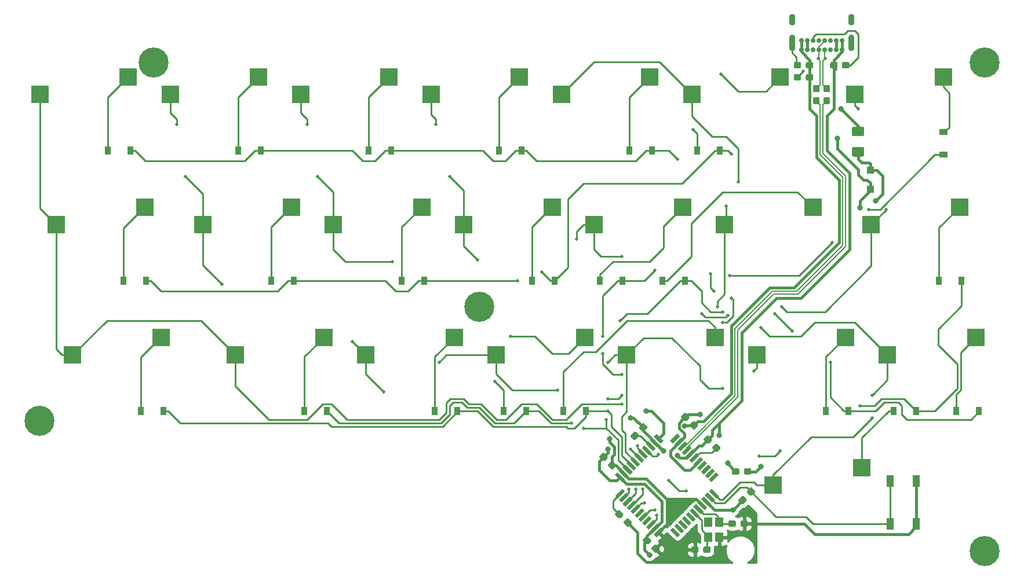
<source format=gbl>
G04 #@! TF.GenerationSoftware,KiCad,Pcbnew,5.1.5*
G04 #@! TF.CreationDate,2019-12-31T20:45:16+09:00*
G04 #@! TF.ProjectId,half_qwerty,68616c66-5f71-4776-9572-74792e6b6963,rev?*
G04 #@! TF.SameCoordinates,Original*
G04 #@! TF.FileFunction,Copper,L2,Bot*
G04 #@! TF.FilePolarity,Positive*
%FSLAX46Y46*%
G04 Gerber Fmt 4.6, Leading zero omitted, Abs format (unit mm)*
G04 Created by KiCad (PCBNEW 5.1.5) date 2019-12-31 20:45:16*
%MOMM*%
%LPD*%
G04 APERTURE LIST*
%ADD10R,2.550000X2.500000*%
%ADD11R,1.000000X1.700000*%
%ADD12C,0.700000*%
%ADD13O,0.900000X2.400000*%
%ADD14O,0.900000X1.700000*%
%ADD15R,1.200000X1.400000*%
%ADD16C,0.100000*%
%ADD17R,1.100000X1.100000*%
%ADD18C,4.400000*%
%ADD19R,0.900000X1.200000*%
%ADD20R,1.200000X0.900000*%
%ADD21C,0.500000*%
%ADD22C,0.800000*%
%ADD23C,0.250000*%
%ADD24C,0.400000*%
%ADD25C,0.200000*%
%ADD26C,0.254000*%
G04 APERTURE END LIST*
D10*
X203485750Y-133032500D03*
X190558750Y-135572500D03*
X217773250Y-94932500D03*
X204846250Y-97472500D03*
X98710750Y-94932500D03*
X85783750Y-97472500D03*
D11*
X207650000Y-134962500D03*
X207650000Y-141262500D03*
X211450000Y-134962500D03*
X211450000Y-141262500D03*
D12*
X200586340Y-71882000D03*
X199736340Y-71882000D03*
X198886340Y-71882000D03*
X198036340Y-71882000D03*
X197186340Y-71882000D03*
X196336340Y-71882000D03*
X195486340Y-71882000D03*
X194636340Y-71882000D03*
X199736340Y-70532000D03*
X198036340Y-70532000D03*
X198886340Y-70532000D03*
X200586340Y-70532000D03*
X196336340Y-70532000D03*
X195486340Y-70532000D03*
X194636340Y-70532000D03*
X197186340Y-70532000D03*
D13*
X201936340Y-70902000D03*
X193286340Y-70902000D03*
D14*
X201936340Y-67522000D03*
X193286340Y-67522000D03*
D15*
X182664000Y-143213000D03*
X182664000Y-141013000D03*
X181064000Y-141013000D03*
X181064000Y-143213000D03*
G04 #@! TA.AperFunction,SMDPad,CuDef*
D16*
G36*
X199700779Y-73694144D02*
G01*
X199723834Y-73697563D01*
X199746443Y-73703227D01*
X199768387Y-73711079D01*
X199789457Y-73721044D01*
X199809448Y-73733026D01*
X199828168Y-73746910D01*
X199845438Y-73762562D01*
X199861090Y-73779832D01*
X199874974Y-73798552D01*
X199886956Y-73818543D01*
X199896921Y-73839613D01*
X199904773Y-73861557D01*
X199910437Y-73884166D01*
X199913856Y-73907221D01*
X199915000Y-73930500D01*
X199915000Y-74405500D01*
X199913856Y-74428779D01*
X199910437Y-74451834D01*
X199904773Y-74474443D01*
X199896921Y-74496387D01*
X199886956Y-74517457D01*
X199874974Y-74537448D01*
X199861090Y-74556168D01*
X199845438Y-74573438D01*
X199828168Y-74589090D01*
X199809448Y-74602974D01*
X199789457Y-74614956D01*
X199768387Y-74624921D01*
X199746443Y-74632773D01*
X199723834Y-74638437D01*
X199700779Y-74641856D01*
X199677500Y-74643000D01*
X199102500Y-74643000D01*
X199079221Y-74641856D01*
X199056166Y-74638437D01*
X199033557Y-74632773D01*
X199011613Y-74624921D01*
X198990543Y-74614956D01*
X198970552Y-74602974D01*
X198951832Y-74589090D01*
X198934562Y-74573438D01*
X198918910Y-74556168D01*
X198905026Y-74537448D01*
X198893044Y-74517457D01*
X198883079Y-74496387D01*
X198875227Y-74474443D01*
X198869563Y-74451834D01*
X198866144Y-74428779D01*
X198865000Y-74405500D01*
X198865000Y-73930500D01*
X198866144Y-73907221D01*
X198869563Y-73884166D01*
X198875227Y-73861557D01*
X198883079Y-73839613D01*
X198893044Y-73818543D01*
X198905026Y-73798552D01*
X198918910Y-73779832D01*
X198934562Y-73762562D01*
X198951832Y-73746910D01*
X198970552Y-73733026D01*
X198990543Y-73721044D01*
X199011613Y-73711079D01*
X199033557Y-73703227D01*
X199056166Y-73697563D01*
X199079221Y-73694144D01*
X199102500Y-73693000D01*
X199677500Y-73693000D01*
X199700779Y-73694144D01*
G37*
G04 #@! TD.AperFunction*
G04 #@! TA.AperFunction,SMDPad,CuDef*
G36*
X201450779Y-73694144D02*
G01*
X201473834Y-73697563D01*
X201496443Y-73703227D01*
X201518387Y-73711079D01*
X201539457Y-73721044D01*
X201559448Y-73733026D01*
X201578168Y-73746910D01*
X201595438Y-73762562D01*
X201611090Y-73779832D01*
X201624974Y-73798552D01*
X201636956Y-73818543D01*
X201646921Y-73839613D01*
X201654773Y-73861557D01*
X201660437Y-73884166D01*
X201663856Y-73907221D01*
X201665000Y-73930500D01*
X201665000Y-74405500D01*
X201663856Y-74428779D01*
X201660437Y-74451834D01*
X201654773Y-74474443D01*
X201646921Y-74496387D01*
X201636956Y-74517457D01*
X201624974Y-74537448D01*
X201611090Y-74556168D01*
X201595438Y-74573438D01*
X201578168Y-74589090D01*
X201559448Y-74602974D01*
X201539457Y-74614956D01*
X201518387Y-74624921D01*
X201496443Y-74632773D01*
X201473834Y-74638437D01*
X201450779Y-74641856D01*
X201427500Y-74643000D01*
X200852500Y-74643000D01*
X200829221Y-74641856D01*
X200806166Y-74638437D01*
X200783557Y-74632773D01*
X200761613Y-74624921D01*
X200740543Y-74614956D01*
X200720552Y-74602974D01*
X200701832Y-74589090D01*
X200684562Y-74573438D01*
X200668910Y-74556168D01*
X200655026Y-74537448D01*
X200643044Y-74517457D01*
X200633079Y-74496387D01*
X200625227Y-74474443D01*
X200619563Y-74451834D01*
X200616144Y-74428779D01*
X200615000Y-74405500D01*
X200615000Y-73930500D01*
X200616144Y-73907221D01*
X200619563Y-73884166D01*
X200625227Y-73861557D01*
X200633079Y-73839613D01*
X200643044Y-73818543D01*
X200655026Y-73798552D01*
X200668910Y-73779832D01*
X200684562Y-73762562D01*
X200701832Y-73746910D01*
X200720552Y-73733026D01*
X200740543Y-73721044D01*
X200761613Y-73711079D01*
X200783557Y-73703227D01*
X200806166Y-73697563D01*
X200829221Y-73694144D01*
X200852500Y-73693000D01*
X201427500Y-73693000D01*
X201450779Y-73694144D01*
G37*
G04 #@! TD.AperFunction*
G04 #@! TA.AperFunction,SMDPad,CuDef*
G36*
X196144779Y-75472144D02*
G01*
X196167834Y-75475563D01*
X196190443Y-75481227D01*
X196212387Y-75489079D01*
X196233457Y-75499044D01*
X196253448Y-75511026D01*
X196272168Y-75524910D01*
X196289438Y-75540562D01*
X196305090Y-75557832D01*
X196318974Y-75576552D01*
X196330956Y-75596543D01*
X196340921Y-75617613D01*
X196348773Y-75639557D01*
X196354437Y-75662166D01*
X196357856Y-75685221D01*
X196359000Y-75708500D01*
X196359000Y-76183500D01*
X196357856Y-76206779D01*
X196354437Y-76229834D01*
X196348773Y-76252443D01*
X196340921Y-76274387D01*
X196330956Y-76295457D01*
X196318974Y-76315448D01*
X196305090Y-76334168D01*
X196289438Y-76351438D01*
X196272168Y-76367090D01*
X196253448Y-76380974D01*
X196233457Y-76392956D01*
X196212387Y-76402921D01*
X196190443Y-76410773D01*
X196167834Y-76416437D01*
X196144779Y-76419856D01*
X196121500Y-76421000D01*
X195546500Y-76421000D01*
X195523221Y-76419856D01*
X195500166Y-76416437D01*
X195477557Y-76410773D01*
X195455613Y-76402921D01*
X195434543Y-76392956D01*
X195414552Y-76380974D01*
X195395832Y-76367090D01*
X195378562Y-76351438D01*
X195362910Y-76334168D01*
X195349026Y-76315448D01*
X195337044Y-76295457D01*
X195327079Y-76274387D01*
X195319227Y-76252443D01*
X195313563Y-76229834D01*
X195310144Y-76206779D01*
X195309000Y-76183500D01*
X195309000Y-75708500D01*
X195310144Y-75685221D01*
X195313563Y-75662166D01*
X195319227Y-75639557D01*
X195327079Y-75617613D01*
X195337044Y-75596543D01*
X195349026Y-75576552D01*
X195362910Y-75557832D01*
X195378562Y-75540562D01*
X195395832Y-75524910D01*
X195414552Y-75511026D01*
X195434543Y-75499044D01*
X195455613Y-75489079D01*
X195477557Y-75481227D01*
X195500166Y-75475563D01*
X195523221Y-75472144D01*
X195546500Y-75471000D01*
X196121500Y-75471000D01*
X196144779Y-75472144D01*
G37*
G04 #@! TD.AperFunction*
G04 #@! TA.AperFunction,SMDPad,CuDef*
G36*
X194394779Y-75472144D02*
G01*
X194417834Y-75475563D01*
X194440443Y-75481227D01*
X194462387Y-75489079D01*
X194483457Y-75499044D01*
X194503448Y-75511026D01*
X194522168Y-75524910D01*
X194539438Y-75540562D01*
X194555090Y-75557832D01*
X194568974Y-75576552D01*
X194580956Y-75596543D01*
X194590921Y-75617613D01*
X194598773Y-75639557D01*
X194604437Y-75662166D01*
X194607856Y-75685221D01*
X194609000Y-75708500D01*
X194609000Y-76183500D01*
X194607856Y-76206779D01*
X194604437Y-76229834D01*
X194598773Y-76252443D01*
X194590921Y-76274387D01*
X194580956Y-76295457D01*
X194568974Y-76315448D01*
X194555090Y-76334168D01*
X194539438Y-76351438D01*
X194522168Y-76367090D01*
X194503448Y-76380974D01*
X194483457Y-76392956D01*
X194462387Y-76402921D01*
X194440443Y-76410773D01*
X194417834Y-76416437D01*
X194394779Y-76419856D01*
X194371500Y-76421000D01*
X193796500Y-76421000D01*
X193773221Y-76419856D01*
X193750166Y-76416437D01*
X193727557Y-76410773D01*
X193705613Y-76402921D01*
X193684543Y-76392956D01*
X193664552Y-76380974D01*
X193645832Y-76367090D01*
X193628562Y-76351438D01*
X193612910Y-76334168D01*
X193599026Y-76315448D01*
X193587044Y-76295457D01*
X193577079Y-76274387D01*
X193569227Y-76252443D01*
X193563563Y-76229834D01*
X193560144Y-76206779D01*
X193559000Y-76183500D01*
X193559000Y-75708500D01*
X193560144Y-75685221D01*
X193563563Y-75662166D01*
X193569227Y-75639557D01*
X193577079Y-75617613D01*
X193587044Y-75596543D01*
X193599026Y-75576552D01*
X193612910Y-75557832D01*
X193628562Y-75540562D01*
X193645832Y-75524910D01*
X193664552Y-75511026D01*
X193684543Y-75499044D01*
X193705613Y-75489079D01*
X193727557Y-75481227D01*
X193750166Y-75475563D01*
X193773221Y-75472144D01*
X193796500Y-75471000D01*
X194371500Y-75471000D01*
X194394779Y-75472144D01*
G37*
G04 #@! TD.AperFunction*
G04 #@! TA.AperFunction,SMDPad,CuDef*
G36*
X169262642Y-140473131D02*
G01*
X169285697Y-140476550D01*
X169308306Y-140482214D01*
X169330250Y-140490066D01*
X169351320Y-140500031D01*
X169371311Y-140512013D01*
X169390031Y-140525897D01*
X169407301Y-140541549D01*
X169813887Y-140948135D01*
X169829539Y-140965405D01*
X169843423Y-140984125D01*
X169855405Y-141004116D01*
X169865370Y-141025186D01*
X169873222Y-141047130D01*
X169878886Y-141069739D01*
X169882305Y-141092794D01*
X169883449Y-141116073D01*
X169882305Y-141139352D01*
X169878886Y-141162407D01*
X169873222Y-141185016D01*
X169865370Y-141206960D01*
X169855405Y-141228030D01*
X169843423Y-141248021D01*
X169829539Y-141266741D01*
X169813887Y-141284011D01*
X169478011Y-141619887D01*
X169460741Y-141635539D01*
X169442021Y-141649423D01*
X169422030Y-141661405D01*
X169400960Y-141671370D01*
X169379016Y-141679222D01*
X169356407Y-141684886D01*
X169333352Y-141688305D01*
X169310073Y-141689449D01*
X169286794Y-141688305D01*
X169263739Y-141684886D01*
X169241130Y-141679222D01*
X169219186Y-141671370D01*
X169198116Y-141661405D01*
X169178125Y-141649423D01*
X169159405Y-141635539D01*
X169142135Y-141619887D01*
X168735549Y-141213301D01*
X168719897Y-141196031D01*
X168706013Y-141177311D01*
X168694031Y-141157320D01*
X168684066Y-141136250D01*
X168676214Y-141114306D01*
X168670550Y-141091697D01*
X168667131Y-141068642D01*
X168665987Y-141045363D01*
X168667131Y-141022084D01*
X168670550Y-140999029D01*
X168676214Y-140976420D01*
X168684066Y-140954476D01*
X168694031Y-140933406D01*
X168706013Y-140913415D01*
X168719897Y-140894695D01*
X168735549Y-140877425D01*
X169071425Y-140541549D01*
X169088695Y-140525897D01*
X169107415Y-140512013D01*
X169127406Y-140500031D01*
X169148476Y-140490066D01*
X169170420Y-140482214D01*
X169193029Y-140476550D01*
X169216084Y-140473131D01*
X169239363Y-140471987D01*
X169262642Y-140473131D01*
G37*
G04 #@! TD.AperFunction*
G04 #@! TA.AperFunction,SMDPad,CuDef*
G36*
X168025206Y-139235695D02*
G01*
X168048261Y-139239114D01*
X168070870Y-139244778D01*
X168092814Y-139252630D01*
X168113884Y-139262595D01*
X168133875Y-139274577D01*
X168152595Y-139288461D01*
X168169865Y-139304113D01*
X168576451Y-139710699D01*
X168592103Y-139727969D01*
X168605987Y-139746689D01*
X168617969Y-139766680D01*
X168627934Y-139787750D01*
X168635786Y-139809694D01*
X168641450Y-139832303D01*
X168644869Y-139855358D01*
X168646013Y-139878637D01*
X168644869Y-139901916D01*
X168641450Y-139924971D01*
X168635786Y-139947580D01*
X168627934Y-139969524D01*
X168617969Y-139990594D01*
X168605987Y-140010585D01*
X168592103Y-140029305D01*
X168576451Y-140046575D01*
X168240575Y-140382451D01*
X168223305Y-140398103D01*
X168204585Y-140411987D01*
X168184594Y-140423969D01*
X168163524Y-140433934D01*
X168141580Y-140441786D01*
X168118971Y-140447450D01*
X168095916Y-140450869D01*
X168072637Y-140452013D01*
X168049358Y-140450869D01*
X168026303Y-140447450D01*
X168003694Y-140441786D01*
X167981750Y-140433934D01*
X167960680Y-140423969D01*
X167940689Y-140411987D01*
X167921969Y-140398103D01*
X167904699Y-140382451D01*
X167498113Y-139975865D01*
X167482461Y-139958595D01*
X167468577Y-139939875D01*
X167456595Y-139919884D01*
X167446630Y-139898814D01*
X167438778Y-139876870D01*
X167433114Y-139854261D01*
X167429695Y-139831206D01*
X167428551Y-139807927D01*
X167429695Y-139784648D01*
X167433114Y-139761593D01*
X167438778Y-139738984D01*
X167446630Y-139717040D01*
X167456595Y-139695970D01*
X167468577Y-139675979D01*
X167482461Y-139657259D01*
X167498113Y-139639989D01*
X167833989Y-139304113D01*
X167851259Y-139288461D01*
X167869979Y-139274577D01*
X167889970Y-139262595D01*
X167911040Y-139252630D01*
X167932984Y-139244778D01*
X167955593Y-139239114D01*
X167978648Y-139235695D01*
X168001927Y-139234551D01*
X168025206Y-139235695D01*
G37*
G04 #@! TD.AperFunction*
G04 #@! TA.AperFunction,SMDPad,CuDef*
G36*
X196144779Y-73694144D02*
G01*
X196167834Y-73697563D01*
X196190443Y-73703227D01*
X196212387Y-73711079D01*
X196233457Y-73721044D01*
X196253448Y-73733026D01*
X196272168Y-73746910D01*
X196289438Y-73762562D01*
X196305090Y-73779832D01*
X196318974Y-73798552D01*
X196330956Y-73818543D01*
X196340921Y-73839613D01*
X196348773Y-73861557D01*
X196354437Y-73884166D01*
X196357856Y-73907221D01*
X196359000Y-73930500D01*
X196359000Y-74405500D01*
X196357856Y-74428779D01*
X196354437Y-74451834D01*
X196348773Y-74474443D01*
X196340921Y-74496387D01*
X196330956Y-74517457D01*
X196318974Y-74537448D01*
X196305090Y-74556168D01*
X196289438Y-74573438D01*
X196272168Y-74589090D01*
X196253448Y-74602974D01*
X196233457Y-74614956D01*
X196212387Y-74624921D01*
X196190443Y-74632773D01*
X196167834Y-74638437D01*
X196144779Y-74641856D01*
X196121500Y-74643000D01*
X195546500Y-74643000D01*
X195523221Y-74641856D01*
X195500166Y-74638437D01*
X195477557Y-74632773D01*
X195455613Y-74624921D01*
X195434543Y-74614956D01*
X195414552Y-74602974D01*
X195395832Y-74589090D01*
X195378562Y-74573438D01*
X195362910Y-74556168D01*
X195349026Y-74537448D01*
X195337044Y-74517457D01*
X195327079Y-74496387D01*
X195319227Y-74474443D01*
X195313563Y-74451834D01*
X195310144Y-74428779D01*
X195309000Y-74405500D01*
X195309000Y-73930500D01*
X195310144Y-73907221D01*
X195313563Y-73884166D01*
X195319227Y-73861557D01*
X195327079Y-73839613D01*
X195337044Y-73818543D01*
X195349026Y-73798552D01*
X195362910Y-73779832D01*
X195378562Y-73762562D01*
X195395832Y-73746910D01*
X195414552Y-73733026D01*
X195434543Y-73721044D01*
X195455613Y-73711079D01*
X195477557Y-73703227D01*
X195500166Y-73697563D01*
X195523221Y-73694144D01*
X195546500Y-73693000D01*
X196121500Y-73693000D01*
X196144779Y-73694144D01*
G37*
G04 #@! TD.AperFunction*
G04 #@! TA.AperFunction,SMDPad,CuDef*
G36*
X194394779Y-73694144D02*
G01*
X194417834Y-73697563D01*
X194440443Y-73703227D01*
X194462387Y-73711079D01*
X194483457Y-73721044D01*
X194503448Y-73733026D01*
X194522168Y-73746910D01*
X194539438Y-73762562D01*
X194555090Y-73779832D01*
X194568974Y-73798552D01*
X194580956Y-73818543D01*
X194590921Y-73839613D01*
X194598773Y-73861557D01*
X194604437Y-73884166D01*
X194607856Y-73907221D01*
X194609000Y-73930500D01*
X194609000Y-74405500D01*
X194607856Y-74428779D01*
X194604437Y-74451834D01*
X194598773Y-74474443D01*
X194590921Y-74496387D01*
X194580956Y-74517457D01*
X194568974Y-74537448D01*
X194555090Y-74556168D01*
X194539438Y-74573438D01*
X194522168Y-74589090D01*
X194503448Y-74602974D01*
X194483457Y-74614956D01*
X194462387Y-74624921D01*
X194440443Y-74632773D01*
X194417834Y-74638437D01*
X194394779Y-74641856D01*
X194371500Y-74643000D01*
X193796500Y-74643000D01*
X193773221Y-74641856D01*
X193750166Y-74638437D01*
X193727557Y-74632773D01*
X193705613Y-74624921D01*
X193684543Y-74614956D01*
X193664552Y-74602974D01*
X193645832Y-74589090D01*
X193628562Y-74573438D01*
X193612910Y-74556168D01*
X193599026Y-74537448D01*
X193587044Y-74517457D01*
X193577079Y-74496387D01*
X193569227Y-74474443D01*
X193563563Y-74451834D01*
X193560144Y-74428779D01*
X193559000Y-74405500D01*
X193559000Y-73930500D01*
X193560144Y-73907221D01*
X193563563Y-73884166D01*
X193569227Y-73861557D01*
X193577079Y-73839613D01*
X193587044Y-73818543D01*
X193599026Y-73798552D01*
X193612910Y-73779832D01*
X193628562Y-73762562D01*
X193645832Y-73746910D01*
X193664552Y-73733026D01*
X193684543Y-73721044D01*
X193705613Y-73711079D01*
X193727557Y-73703227D01*
X193750166Y-73697563D01*
X193773221Y-73694144D01*
X193796500Y-73693000D01*
X194371500Y-73693000D01*
X194394779Y-73694144D01*
G37*
G04 #@! TD.AperFunction*
G04 #@! TA.AperFunction,SMDPad,CuDef*
G36*
X198634779Y-77087144D02*
G01*
X198657834Y-77090563D01*
X198680443Y-77096227D01*
X198702387Y-77104079D01*
X198723457Y-77114044D01*
X198743448Y-77126026D01*
X198762168Y-77139910D01*
X198779438Y-77155562D01*
X198795090Y-77172832D01*
X198808974Y-77191552D01*
X198820956Y-77211543D01*
X198830921Y-77232613D01*
X198838773Y-77254557D01*
X198844437Y-77277166D01*
X198847856Y-77300221D01*
X198849000Y-77323500D01*
X198849000Y-77898500D01*
X198847856Y-77921779D01*
X198844437Y-77944834D01*
X198838773Y-77967443D01*
X198830921Y-77989387D01*
X198820956Y-78010457D01*
X198808974Y-78030448D01*
X198795090Y-78049168D01*
X198779438Y-78066438D01*
X198762168Y-78082090D01*
X198743448Y-78095974D01*
X198723457Y-78107956D01*
X198702387Y-78117921D01*
X198680443Y-78125773D01*
X198657834Y-78131437D01*
X198634779Y-78134856D01*
X198611500Y-78136000D01*
X198136500Y-78136000D01*
X198113221Y-78134856D01*
X198090166Y-78131437D01*
X198067557Y-78125773D01*
X198045613Y-78117921D01*
X198024543Y-78107956D01*
X198004552Y-78095974D01*
X197985832Y-78082090D01*
X197968562Y-78066438D01*
X197952910Y-78049168D01*
X197939026Y-78030448D01*
X197927044Y-78010457D01*
X197917079Y-77989387D01*
X197909227Y-77967443D01*
X197903563Y-77944834D01*
X197900144Y-77921779D01*
X197899000Y-77898500D01*
X197899000Y-77323500D01*
X197900144Y-77300221D01*
X197903563Y-77277166D01*
X197909227Y-77254557D01*
X197917079Y-77232613D01*
X197927044Y-77211543D01*
X197939026Y-77191552D01*
X197952910Y-77172832D01*
X197968562Y-77155562D01*
X197985832Y-77139910D01*
X198004552Y-77126026D01*
X198024543Y-77114044D01*
X198045613Y-77104079D01*
X198067557Y-77096227D01*
X198090166Y-77090563D01*
X198113221Y-77087144D01*
X198136500Y-77086000D01*
X198611500Y-77086000D01*
X198634779Y-77087144D01*
G37*
G04 #@! TD.AperFunction*
G04 #@! TA.AperFunction,SMDPad,CuDef*
G36*
X198634779Y-78837144D02*
G01*
X198657834Y-78840563D01*
X198680443Y-78846227D01*
X198702387Y-78854079D01*
X198723457Y-78864044D01*
X198743448Y-78876026D01*
X198762168Y-78889910D01*
X198779438Y-78905562D01*
X198795090Y-78922832D01*
X198808974Y-78941552D01*
X198820956Y-78961543D01*
X198830921Y-78982613D01*
X198838773Y-79004557D01*
X198844437Y-79027166D01*
X198847856Y-79050221D01*
X198849000Y-79073500D01*
X198849000Y-79648500D01*
X198847856Y-79671779D01*
X198844437Y-79694834D01*
X198838773Y-79717443D01*
X198830921Y-79739387D01*
X198820956Y-79760457D01*
X198808974Y-79780448D01*
X198795090Y-79799168D01*
X198779438Y-79816438D01*
X198762168Y-79832090D01*
X198743448Y-79845974D01*
X198723457Y-79857956D01*
X198702387Y-79867921D01*
X198680443Y-79875773D01*
X198657834Y-79881437D01*
X198634779Y-79884856D01*
X198611500Y-79886000D01*
X198136500Y-79886000D01*
X198113221Y-79884856D01*
X198090166Y-79881437D01*
X198067557Y-79875773D01*
X198045613Y-79867921D01*
X198024543Y-79857956D01*
X198004552Y-79845974D01*
X197985832Y-79832090D01*
X197968562Y-79816438D01*
X197952910Y-79799168D01*
X197939026Y-79780448D01*
X197927044Y-79760457D01*
X197917079Y-79739387D01*
X197909227Y-79717443D01*
X197903563Y-79694834D01*
X197900144Y-79671779D01*
X197899000Y-79648500D01*
X197899000Y-79073500D01*
X197900144Y-79050221D01*
X197903563Y-79027166D01*
X197909227Y-79004557D01*
X197917079Y-78982613D01*
X197927044Y-78961543D01*
X197939026Y-78941552D01*
X197952910Y-78922832D01*
X197968562Y-78905562D01*
X197985832Y-78889910D01*
X198004552Y-78876026D01*
X198024543Y-78864044D01*
X198045613Y-78854079D01*
X198067557Y-78846227D01*
X198090166Y-78840563D01*
X198113221Y-78837144D01*
X198136500Y-78836000D01*
X198611500Y-78836000D01*
X198634779Y-78837144D01*
G37*
G04 #@! TD.AperFunction*
G04 #@! TA.AperFunction,SMDPad,CuDef*
G36*
X187367352Y-135933695D02*
G01*
X187390407Y-135937114D01*
X187413016Y-135942778D01*
X187434960Y-135950630D01*
X187456030Y-135960595D01*
X187476021Y-135972577D01*
X187494741Y-135986461D01*
X187512011Y-136002113D01*
X187847887Y-136337989D01*
X187863539Y-136355259D01*
X187877423Y-136373979D01*
X187889405Y-136393970D01*
X187899370Y-136415040D01*
X187907222Y-136436984D01*
X187912886Y-136459593D01*
X187916305Y-136482648D01*
X187917449Y-136505927D01*
X187916305Y-136529206D01*
X187912886Y-136552261D01*
X187907222Y-136574870D01*
X187899370Y-136596814D01*
X187889405Y-136617884D01*
X187877423Y-136637875D01*
X187863539Y-136656595D01*
X187847887Y-136673865D01*
X187441301Y-137080451D01*
X187424031Y-137096103D01*
X187405311Y-137109987D01*
X187385320Y-137121969D01*
X187364250Y-137131934D01*
X187342306Y-137139786D01*
X187319697Y-137145450D01*
X187296642Y-137148869D01*
X187273363Y-137150013D01*
X187250084Y-137148869D01*
X187227029Y-137145450D01*
X187204420Y-137139786D01*
X187182476Y-137131934D01*
X187161406Y-137121969D01*
X187141415Y-137109987D01*
X187122695Y-137096103D01*
X187105425Y-137080451D01*
X186769549Y-136744575D01*
X186753897Y-136727305D01*
X186740013Y-136708585D01*
X186728031Y-136688594D01*
X186718066Y-136667524D01*
X186710214Y-136645580D01*
X186704550Y-136622971D01*
X186701131Y-136599916D01*
X186699987Y-136576637D01*
X186701131Y-136553358D01*
X186704550Y-136530303D01*
X186710214Y-136507694D01*
X186718066Y-136485750D01*
X186728031Y-136464680D01*
X186740013Y-136444689D01*
X186753897Y-136425969D01*
X186769549Y-136408699D01*
X187176135Y-136002113D01*
X187193405Y-135986461D01*
X187212125Y-135972577D01*
X187232116Y-135960595D01*
X187253186Y-135950630D01*
X187275130Y-135942778D01*
X187297739Y-135937114D01*
X187320794Y-135933695D01*
X187344073Y-135932551D01*
X187367352Y-135933695D01*
G37*
G04 #@! TD.AperFunction*
G04 #@! TA.AperFunction,SMDPad,CuDef*
G36*
X186129916Y-137171131D02*
G01*
X186152971Y-137174550D01*
X186175580Y-137180214D01*
X186197524Y-137188066D01*
X186218594Y-137198031D01*
X186238585Y-137210013D01*
X186257305Y-137223897D01*
X186274575Y-137239549D01*
X186610451Y-137575425D01*
X186626103Y-137592695D01*
X186639987Y-137611415D01*
X186651969Y-137631406D01*
X186661934Y-137652476D01*
X186669786Y-137674420D01*
X186675450Y-137697029D01*
X186678869Y-137720084D01*
X186680013Y-137743363D01*
X186678869Y-137766642D01*
X186675450Y-137789697D01*
X186669786Y-137812306D01*
X186661934Y-137834250D01*
X186651969Y-137855320D01*
X186639987Y-137875311D01*
X186626103Y-137894031D01*
X186610451Y-137911301D01*
X186203865Y-138317887D01*
X186186595Y-138333539D01*
X186167875Y-138347423D01*
X186147884Y-138359405D01*
X186126814Y-138369370D01*
X186104870Y-138377222D01*
X186082261Y-138382886D01*
X186059206Y-138386305D01*
X186035927Y-138387449D01*
X186012648Y-138386305D01*
X185989593Y-138382886D01*
X185966984Y-138377222D01*
X185945040Y-138369370D01*
X185923970Y-138359405D01*
X185903979Y-138347423D01*
X185885259Y-138333539D01*
X185867989Y-138317887D01*
X185532113Y-137982011D01*
X185516461Y-137964741D01*
X185502577Y-137946021D01*
X185490595Y-137926030D01*
X185480630Y-137904960D01*
X185472778Y-137883016D01*
X185467114Y-137860407D01*
X185463695Y-137837352D01*
X185462551Y-137814073D01*
X185463695Y-137790794D01*
X185467114Y-137767739D01*
X185472778Y-137745130D01*
X185480630Y-137723186D01*
X185490595Y-137702116D01*
X185502577Y-137682125D01*
X185516461Y-137663405D01*
X185532113Y-137646135D01*
X185938699Y-137239549D01*
X185955969Y-137223897D01*
X185974689Y-137210013D01*
X185994680Y-137198031D01*
X186015750Y-137188066D01*
X186037694Y-137180214D01*
X186060303Y-137174550D01*
X186083358Y-137171131D01*
X186106637Y-137169987D01*
X186129916Y-137171131D01*
G37*
G04 #@! TD.AperFunction*
G04 #@! TA.AperFunction,SMDPad,CuDef*
G36*
X197110779Y-77087144D02*
G01*
X197133834Y-77090563D01*
X197156443Y-77096227D01*
X197178387Y-77104079D01*
X197199457Y-77114044D01*
X197219448Y-77126026D01*
X197238168Y-77139910D01*
X197255438Y-77155562D01*
X197271090Y-77172832D01*
X197284974Y-77191552D01*
X197296956Y-77211543D01*
X197306921Y-77232613D01*
X197314773Y-77254557D01*
X197320437Y-77277166D01*
X197323856Y-77300221D01*
X197325000Y-77323500D01*
X197325000Y-77898500D01*
X197323856Y-77921779D01*
X197320437Y-77944834D01*
X197314773Y-77967443D01*
X197306921Y-77989387D01*
X197296956Y-78010457D01*
X197284974Y-78030448D01*
X197271090Y-78049168D01*
X197255438Y-78066438D01*
X197238168Y-78082090D01*
X197219448Y-78095974D01*
X197199457Y-78107956D01*
X197178387Y-78117921D01*
X197156443Y-78125773D01*
X197133834Y-78131437D01*
X197110779Y-78134856D01*
X197087500Y-78136000D01*
X196612500Y-78136000D01*
X196589221Y-78134856D01*
X196566166Y-78131437D01*
X196543557Y-78125773D01*
X196521613Y-78117921D01*
X196500543Y-78107956D01*
X196480552Y-78095974D01*
X196461832Y-78082090D01*
X196444562Y-78066438D01*
X196428910Y-78049168D01*
X196415026Y-78030448D01*
X196403044Y-78010457D01*
X196393079Y-77989387D01*
X196385227Y-77967443D01*
X196379563Y-77944834D01*
X196376144Y-77921779D01*
X196375000Y-77898500D01*
X196375000Y-77323500D01*
X196376144Y-77300221D01*
X196379563Y-77277166D01*
X196385227Y-77254557D01*
X196393079Y-77232613D01*
X196403044Y-77211543D01*
X196415026Y-77191552D01*
X196428910Y-77172832D01*
X196444562Y-77155562D01*
X196461832Y-77139910D01*
X196480552Y-77126026D01*
X196500543Y-77114044D01*
X196521613Y-77104079D01*
X196543557Y-77096227D01*
X196566166Y-77090563D01*
X196589221Y-77087144D01*
X196612500Y-77086000D01*
X197087500Y-77086000D01*
X197110779Y-77087144D01*
G37*
G04 #@! TD.AperFunction*
G04 #@! TA.AperFunction,SMDPad,CuDef*
G36*
X197110779Y-78837144D02*
G01*
X197133834Y-78840563D01*
X197156443Y-78846227D01*
X197178387Y-78854079D01*
X197199457Y-78864044D01*
X197219448Y-78876026D01*
X197238168Y-78889910D01*
X197255438Y-78905562D01*
X197271090Y-78922832D01*
X197284974Y-78941552D01*
X197296956Y-78961543D01*
X197306921Y-78982613D01*
X197314773Y-79004557D01*
X197320437Y-79027166D01*
X197323856Y-79050221D01*
X197325000Y-79073500D01*
X197325000Y-79648500D01*
X197323856Y-79671779D01*
X197320437Y-79694834D01*
X197314773Y-79717443D01*
X197306921Y-79739387D01*
X197296956Y-79760457D01*
X197284974Y-79780448D01*
X197271090Y-79799168D01*
X197255438Y-79816438D01*
X197238168Y-79832090D01*
X197219448Y-79845974D01*
X197199457Y-79857956D01*
X197178387Y-79867921D01*
X197156443Y-79875773D01*
X197133834Y-79881437D01*
X197110779Y-79884856D01*
X197087500Y-79886000D01*
X196612500Y-79886000D01*
X196589221Y-79884856D01*
X196566166Y-79881437D01*
X196543557Y-79875773D01*
X196521613Y-79867921D01*
X196500543Y-79857956D01*
X196480552Y-79845974D01*
X196461832Y-79832090D01*
X196444562Y-79816438D01*
X196428910Y-79799168D01*
X196415026Y-79780448D01*
X196403044Y-79760457D01*
X196393079Y-79739387D01*
X196385227Y-79717443D01*
X196379563Y-79694834D01*
X196376144Y-79671779D01*
X196375000Y-79648500D01*
X196375000Y-79073500D01*
X196376144Y-79050221D01*
X196379563Y-79027166D01*
X196385227Y-79004557D01*
X196393079Y-78982613D01*
X196403044Y-78961543D01*
X196415026Y-78941552D01*
X196428910Y-78922832D01*
X196444562Y-78905562D01*
X196461832Y-78889910D01*
X196480552Y-78876026D01*
X196500543Y-78864044D01*
X196521613Y-78854079D01*
X196543557Y-78846227D01*
X196566166Y-78840563D01*
X196589221Y-78837144D01*
X196612500Y-78836000D01*
X197087500Y-78836000D01*
X197110779Y-78837144D01*
G37*
G04 #@! TD.AperFunction*
G04 #@! TA.AperFunction,SMDPad,CuDef*
G36*
X203595504Y-83145204D02*
G01*
X203619773Y-83148804D01*
X203643571Y-83154765D01*
X203666671Y-83163030D01*
X203688849Y-83173520D01*
X203709893Y-83186133D01*
X203729598Y-83200747D01*
X203747777Y-83217223D01*
X203764253Y-83235402D01*
X203778867Y-83255107D01*
X203791480Y-83276151D01*
X203801970Y-83298329D01*
X203810235Y-83321429D01*
X203816196Y-83345227D01*
X203819796Y-83369496D01*
X203821000Y-83394000D01*
X203821000Y-84319000D01*
X203819796Y-84343504D01*
X203816196Y-84367773D01*
X203810235Y-84391571D01*
X203801970Y-84414671D01*
X203791480Y-84436849D01*
X203778867Y-84457893D01*
X203764253Y-84477598D01*
X203747777Y-84495777D01*
X203729598Y-84512253D01*
X203709893Y-84526867D01*
X203688849Y-84539480D01*
X203666671Y-84549970D01*
X203643571Y-84558235D01*
X203619773Y-84564196D01*
X203595504Y-84567796D01*
X203571000Y-84569000D01*
X202321000Y-84569000D01*
X202296496Y-84567796D01*
X202272227Y-84564196D01*
X202248429Y-84558235D01*
X202225329Y-84549970D01*
X202203151Y-84539480D01*
X202182107Y-84526867D01*
X202162402Y-84512253D01*
X202144223Y-84495777D01*
X202127747Y-84477598D01*
X202113133Y-84457893D01*
X202100520Y-84436849D01*
X202090030Y-84414671D01*
X202081765Y-84391571D01*
X202075804Y-84367773D01*
X202072204Y-84343504D01*
X202071000Y-84319000D01*
X202071000Y-83394000D01*
X202072204Y-83369496D01*
X202075804Y-83345227D01*
X202081765Y-83321429D01*
X202090030Y-83298329D01*
X202100520Y-83276151D01*
X202113133Y-83255107D01*
X202127747Y-83235402D01*
X202144223Y-83217223D01*
X202162402Y-83200747D01*
X202182107Y-83186133D01*
X202203151Y-83173520D01*
X202225329Y-83163030D01*
X202248429Y-83154765D01*
X202272227Y-83148804D01*
X202296496Y-83145204D01*
X202321000Y-83144000D01*
X203571000Y-83144000D01*
X203595504Y-83145204D01*
G37*
G04 #@! TD.AperFunction*
G04 #@! TA.AperFunction,SMDPad,CuDef*
G36*
X203595504Y-86120204D02*
G01*
X203619773Y-86123804D01*
X203643571Y-86129765D01*
X203666671Y-86138030D01*
X203688849Y-86148520D01*
X203709893Y-86161133D01*
X203729598Y-86175747D01*
X203747777Y-86192223D01*
X203764253Y-86210402D01*
X203778867Y-86230107D01*
X203791480Y-86251151D01*
X203801970Y-86273329D01*
X203810235Y-86296429D01*
X203816196Y-86320227D01*
X203819796Y-86344496D01*
X203821000Y-86369000D01*
X203821000Y-87294000D01*
X203819796Y-87318504D01*
X203816196Y-87342773D01*
X203810235Y-87366571D01*
X203801970Y-87389671D01*
X203791480Y-87411849D01*
X203778867Y-87432893D01*
X203764253Y-87452598D01*
X203747777Y-87470777D01*
X203729598Y-87487253D01*
X203709893Y-87501867D01*
X203688849Y-87514480D01*
X203666671Y-87524970D01*
X203643571Y-87533235D01*
X203619773Y-87539196D01*
X203595504Y-87542796D01*
X203571000Y-87544000D01*
X202321000Y-87544000D01*
X202296496Y-87542796D01*
X202272227Y-87539196D01*
X202248429Y-87533235D01*
X202225329Y-87524970D01*
X202203151Y-87514480D01*
X202182107Y-87501867D01*
X202162402Y-87487253D01*
X202144223Y-87470777D01*
X202127747Y-87452598D01*
X202113133Y-87432893D01*
X202100520Y-87411849D01*
X202090030Y-87389671D01*
X202081765Y-87366571D01*
X202075804Y-87342773D01*
X202072204Y-87318504D01*
X202071000Y-87294000D01*
X202071000Y-86369000D01*
X202072204Y-86344496D01*
X202075804Y-86320227D01*
X202081765Y-86296429D01*
X202090030Y-86273329D01*
X202100520Y-86251151D01*
X202113133Y-86230107D01*
X202127747Y-86210402D01*
X202144223Y-86192223D01*
X202162402Y-86175747D01*
X202182107Y-86161133D01*
X202203151Y-86148520D01*
X202225329Y-86138030D01*
X202248429Y-86129765D01*
X202272227Y-86123804D01*
X202296496Y-86120204D01*
X202321000Y-86119000D01*
X203571000Y-86119000D01*
X203595504Y-86120204D01*
G37*
G04 #@! TD.AperFunction*
D17*
X204724000Y-89532000D03*
X204724000Y-92332000D03*
G04 #@! TA.AperFunction,SMDPad,CuDef*
D16*
G36*
X185363779Y-133130144D02*
G01*
X185386834Y-133133563D01*
X185409443Y-133139227D01*
X185431387Y-133147079D01*
X185452457Y-133157044D01*
X185472448Y-133169026D01*
X185491168Y-133182910D01*
X185508438Y-133198562D01*
X185524090Y-133215832D01*
X185537974Y-133234552D01*
X185549956Y-133254543D01*
X185559921Y-133275613D01*
X185567773Y-133297557D01*
X185573437Y-133320166D01*
X185576856Y-133343221D01*
X185578000Y-133366500D01*
X185578000Y-133841500D01*
X185576856Y-133864779D01*
X185573437Y-133887834D01*
X185567773Y-133910443D01*
X185559921Y-133932387D01*
X185549956Y-133953457D01*
X185537974Y-133973448D01*
X185524090Y-133992168D01*
X185508438Y-134009438D01*
X185491168Y-134025090D01*
X185472448Y-134038974D01*
X185452457Y-134050956D01*
X185431387Y-134060921D01*
X185409443Y-134068773D01*
X185386834Y-134074437D01*
X185363779Y-134077856D01*
X185340500Y-134079000D01*
X184765500Y-134079000D01*
X184742221Y-134077856D01*
X184719166Y-134074437D01*
X184696557Y-134068773D01*
X184674613Y-134060921D01*
X184653543Y-134050956D01*
X184633552Y-134038974D01*
X184614832Y-134025090D01*
X184597562Y-134009438D01*
X184581910Y-133992168D01*
X184568026Y-133973448D01*
X184556044Y-133953457D01*
X184546079Y-133932387D01*
X184538227Y-133910443D01*
X184532563Y-133887834D01*
X184529144Y-133864779D01*
X184528000Y-133841500D01*
X184528000Y-133366500D01*
X184529144Y-133343221D01*
X184532563Y-133320166D01*
X184538227Y-133297557D01*
X184546079Y-133275613D01*
X184556044Y-133254543D01*
X184568026Y-133234552D01*
X184581910Y-133215832D01*
X184597562Y-133198562D01*
X184614832Y-133182910D01*
X184633552Y-133169026D01*
X184653543Y-133157044D01*
X184674613Y-133147079D01*
X184696557Y-133139227D01*
X184719166Y-133133563D01*
X184742221Y-133130144D01*
X184765500Y-133129000D01*
X185340500Y-133129000D01*
X185363779Y-133130144D01*
G37*
G04 #@! TD.AperFunction*
G04 #@! TA.AperFunction,SMDPad,CuDef*
G36*
X187113779Y-133130144D02*
G01*
X187136834Y-133133563D01*
X187159443Y-133139227D01*
X187181387Y-133147079D01*
X187202457Y-133157044D01*
X187222448Y-133169026D01*
X187241168Y-133182910D01*
X187258438Y-133198562D01*
X187274090Y-133215832D01*
X187287974Y-133234552D01*
X187299956Y-133254543D01*
X187309921Y-133275613D01*
X187317773Y-133297557D01*
X187323437Y-133320166D01*
X187326856Y-133343221D01*
X187328000Y-133366500D01*
X187328000Y-133841500D01*
X187326856Y-133864779D01*
X187323437Y-133887834D01*
X187317773Y-133910443D01*
X187309921Y-133932387D01*
X187299956Y-133953457D01*
X187287974Y-133973448D01*
X187274090Y-133992168D01*
X187258438Y-134009438D01*
X187241168Y-134025090D01*
X187222448Y-134038974D01*
X187202457Y-134050956D01*
X187181387Y-134060921D01*
X187159443Y-134068773D01*
X187136834Y-134074437D01*
X187113779Y-134077856D01*
X187090500Y-134079000D01*
X186515500Y-134079000D01*
X186492221Y-134077856D01*
X186469166Y-134074437D01*
X186446557Y-134068773D01*
X186424613Y-134060921D01*
X186403543Y-134050956D01*
X186383552Y-134038974D01*
X186364832Y-134025090D01*
X186347562Y-134009438D01*
X186331910Y-133992168D01*
X186318026Y-133973448D01*
X186306044Y-133953457D01*
X186296079Y-133932387D01*
X186288227Y-133910443D01*
X186282563Y-133887834D01*
X186279144Y-133864779D01*
X186278000Y-133841500D01*
X186278000Y-133366500D01*
X186279144Y-133343221D01*
X186282563Y-133320166D01*
X186288227Y-133297557D01*
X186296079Y-133275613D01*
X186306044Y-133254543D01*
X186318026Y-133234552D01*
X186331910Y-133215832D01*
X186347562Y-133198562D01*
X186364832Y-133182910D01*
X186383552Y-133169026D01*
X186403543Y-133157044D01*
X186424613Y-133147079D01*
X186446557Y-133139227D01*
X186469166Y-133133563D01*
X186492221Y-133130144D01*
X186515500Y-133129000D01*
X187090500Y-133129000D01*
X187113779Y-133130144D01*
G37*
G04 #@! TD.AperFunction*
G04 #@! TA.AperFunction,SMDPad,CuDef*
G36*
X166976642Y-132091131D02*
G01*
X166999697Y-132094550D01*
X167022306Y-132100214D01*
X167044250Y-132108066D01*
X167065320Y-132118031D01*
X167085311Y-132130013D01*
X167104031Y-132143897D01*
X167121301Y-132159549D01*
X167527887Y-132566135D01*
X167543539Y-132583405D01*
X167557423Y-132602125D01*
X167569405Y-132622116D01*
X167579370Y-132643186D01*
X167587222Y-132665130D01*
X167592886Y-132687739D01*
X167596305Y-132710794D01*
X167597449Y-132734073D01*
X167596305Y-132757352D01*
X167592886Y-132780407D01*
X167587222Y-132803016D01*
X167579370Y-132824960D01*
X167569405Y-132846030D01*
X167557423Y-132866021D01*
X167543539Y-132884741D01*
X167527887Y-132902011D01*
X167192011Y-133237887D01*
X167174741Y-133253539D01*
X167156021Y-133267423D01*
X167136030Y-133279405D01*
X167114960Y-133289370D01*
X167093016Y-133297222D01*
X167070407Y-133302886D01*
X167047352Y-133306305D01*
X167024073Y-133307449D01*
X167000794Y-133306305D01*
X166977739Y-133302886D01*
X166955130Y-133297222D01*
X166933186Y-133289370D01*
X166912116Y-133279405D01*
X166892125Y-133267423D01*
X166873405Y-133253539D01*
X166856135Y-133237887D01*
X166449549Y-132831301D01*
X166433897Y-132814031D01*
X166420013Y-132795311D01*
X166408031Y-132775320D01*
X166398066Y-132754250D01*
X166390214Y-132732306D01*
X166384550Y-132709697D01*
X166381131Y-132686642D01*
X166379987Y-132663363D01*
X166381131Y-132640084D01*
X166384550Y-132617029D01*
X166390214Y-132594420D01*
X166398066Y-132572476D01*
X166408031Y-132551406D01*
X166420013Y-132531415D01*
X166433897Y-132512695D01*
X166449549Y-132495425D01*
X166785425Y-132159549D01*
X166802695Y-132143897D01*
X166821415Y-132130013D01*
X166841406Y-132118031D01*
X166862476Y-132108066D01*
X166884420Y-132100214D01*
X166907029Y-132094550D01*
X166930084Y-132091131D01*
X166953363Y-132089987D01*
X166976642Y-132091131D01*
G37*
G04 #@! TD.AperFunction*
G04 #@! TA.AperFunction,SMDPad,CuDef*
G36*
X165739206Y-130853695D02*
G01*
X165762261Y-130857114D01*
X165784870Y-130862778D01*
X165806814Y-130870630D01*
X165827884Y-130880595D01*
X165847875Y-130892577D01*
X165866595Y-130906461D01*
X165883865Y-130922113D01*
X166290451Y-131328699D01*
X166306103Y-131345969D01*
X166319987Y-131364689D01*
X166331969Y-131384680D01*
X166341934Y-131405750D01*
X166349786Y-131427694D01*
X166355450Y-131450303D01*
X166358869Y-131473358D01*
X166360013Y-131496637D01*
X166358869Y-131519916D01*
X166355450Y-131542971D01*
X166349786Y-131565580D01*
X166341934Y-131587524D01*
X166331969Y-131608594D01*
X166319987Y-131628585D01*
X166306103Y-131647305D01*
X166290451Y-131664575D01*
X165954575Y-132000451D01*
X165937305Y-132016103D01*
X165918585Y-132029987D01*
X165898594Y-132041969D01*
X165877524Y-132051934D01*
X165855580Y-132059786D01*
X165832971Y-132065450D01*
X165809916Y-132068869D01*
X165786637Y-132070013D01*
X165763358Y-132068869D01*
X165740303Y-132065450D01*
X165717694Y-132059786D01*
X165695750Y-132051934D01*
X165674680Y-132041969D01*
X165654689Y-132029987D01*
X165635969Y-132016103D01*
X165618699Y-132000451D01*
X165212113Y-131593865D01*
X165196461Y-131576595D01*
X165182577Y-131557875D01*
X165170595Y-131537884D01*
X165160630Y-131516814D01*
X165152778Y-131494870D01*
X165147114Y-131472261D01*
X165143695Y-131449206D01*
X165142551Y-131425927D01*
X165143695Y-131402648D01*
X165147114Y-131379593D01*
X165152778Y-131356984D01*
X165160630Y-131335040D01*
X165170595Y-131313970D01*
X165182577Y-131293979D01*
X165196461Y-131275259D01*
X165212113Y-131257989D01*
X165547989Y-130922113D01*
X165565259Y-130906461D01*
X165583979Y-130892577D01*
X165603970Y-130880595D01*
X165625040Y-130870630D01*
X165646984Y-130862778D01*
X165669593Y-130857114D01*
X165692648Y-130853695D01*
X165715927Y-130852551D01*
X165739206Y-130853695D01*
G37*
G04 #@! TD.AperFunction*
G04 #@! TA.AperFunction,SMDPad,CuDef*
G36*
X178914642Y-126249131D02*
G01*
X178937697Y-126252550D01*
X178960306Y-126258214D01*
X178982250Y-126266066D01*
X179003320Y-126276031D01*
X179023311Y-126288013D01*
X179042031Y-126301897D01*
X179059301Y-126317549D01*
X179465887Y-126724135D01*
X179481539Y-126741405D01*
X179495423Y-126760125D01*
X179507405Y-126780116D01*
X179517370Y-126801186D01*
X179525222Y-126823130D01*
X179530886Y-126845739D01*
X179534305Y-126868794D01*
X179535449Y-126892073D01*
X179534305Y-126915352D01*
X179530886Y-126938407D01*
X179525222Y-126961016D01*
X179517370Y-126982960D01*
X179507405Y-127004030D01*
X179495423Y-127024021D01*
X179481539Y-127042741D01*
X179465887Y-127060011D01*
X179130011Y-127395887D01*
X179112741Y-127411539D01*
X179094021Y-127425423D01*
X179074030Y-127437405D01*
X179052960Y-127447370D01*
X179031016Y-127455222D01*
X179008407Y-127460886D01*
X178985352Y-127464305D01*
X178962073Y-127465449D01*
X178938794Y-127464305D01*
X178915739Y-127460886D01*
X178893130Y-127455222D01*
X178871186Y-127447370D01*
X178850116Y-127437405D01*
X178830125Y-127425423D01*
X178811405Y-127411539D01*
X178794135Y-127395887D01*
X178387549Y-126989301D01*
X178371897Y-126972031D01*
X178358013Y-126953311D01*
X178346031Y-126933320D01*
X178336066Y-126912250D01*
X178328214Y-126890306D01*
X178322550Y-126867697D01*
X178319131Y-126844642D01*
X178317987Y-126821363D01*
X178319131Y-126798084D01*
X178322550Y-126775029D01*
X178328214Y-126752420D01*
X178336066Y-126730476D01*
X178346031Y-126709406D01*
X178358013Y-126689415D01*
X178371897Y-126670695D01*
X178387549Y-126653425D01*
X178723425Y-126317549D01*
X178740695Y-126301897D01*
X178759415Y-126288013D01*
X178779406Y-126276031D01*
X178800476Y-126266066D01*
X178822420Y-126258214D01*
X178845029Y-126252550D01*
X178868084Y-126249131D01*
X178891363Y-126247987D01*
X178914642Y-126249131D01*
G37*
G04 #@! TD.AperFunction*
G04 #@! TA.AperFunction,SMDPad,CuDef*
G36*
X177677206Y-125011695D02*
G01*
X177700261Y-125015114D01*
X177722870Y-125020778D01*
X177744814Y-125028630D01*
X177765884Y-125038595D01*
X177785875Y-125050577D01*
X177804595Y-125064461D01*
X177821865Y-125080113D01*
X178228451Y-125486699D01*
X178244103Y-125503969D01*
X178257987Y-125522689D01*
X178269969Y-125542680D01*
X178279934Y-125563750D01*
X178287786Y-125585694D01*
X178293450Y-125608303D01*
X178296869Y-125631358D01*
X178298013Y-125654637D01*
X178296869Y-125677916D01*
X178293450Y-125700971D01*
X178287786Y-125723580D01*
X178279934Y-125745524D01*
X178269969Y-125766594D01*
X178257987Y-125786585D01*
X178244103Y-125805305D01*
X178228451Y-125822575D01*
X177892575Y-126158451D01*
X177875305Y-126174103D01*
X177856585Y-126187987D01*
X177836594Y-126199969D01*
X177815524Y-126209934D01*
X177793580Y-126217786D01*
X177770971Y-126223450D01*
X177747916Y-126226869D01*
X177724637Y-126228013D01*
X177701358Y-126226869D01*
X177678303Y-126223450D01*
X177655694Y-126217786D01*
X177633750Y-126209934D01*
X177612680Y-126199969D01*
X177592689Y-126187987D01*
X177573969Y-126174103D01*
X177556699Y-126158451D01*
X177150113Y-125751865D01*
X177134461Y-125734595D01*
X177120577Y-125715875D01*
X177108595Y-125695884D01*
X177098630Y-125674814D01*
X177090778Y-125652870D01*
X177085114Y-125630261D01*
X177081695Y-125607206D01*
X177080551Y-125583927D01*
X177081695Y-125560648D01*
X177085114Y-125537593D01*
X177090778Y-125514984D01*
X177098630Y-125493040D01*
X177108595Y-125471970D01*
X177120577Y-125451979D01*
X177134461Y-125433259D01*
X177150113Y-125415989D01*
X177485989Y-125080113D01*
X177503259Y-125064461D01*
X177521979Y-125050577D01*
X177541970Y-125038595D01*
X177563040Y-125028630D01*
X177584984Y-125020778D01*
X177607593Y-125015114D01*
X177630648Y-125011695D01*
X177653927Y-125010551D01*
X177677206Y-125011695D01*
G37*
G04 #@! TD.AperFunction*
G04 #@! TA.AperFunction,SMDPad,CuDef*
G36*
X173326642Y-144283131D02*
G01*
X173349697Y-144286550D01*
X173372306Y-144292214D01*
X173394250Y-144300066D01*
X173415320Y-144310031D01*
X173435311Y-144322013D01*
X173454031Y-144335897D01*
X173471301Y-144351549D01*
X173877887Y-144758135D01*
X173893539Y-144775405D01*
X173907423Y-144794125D01*
X173919405Y-144814116D01*
X173929370Y-144835186D01*
X173937222Y-144857130D01*
X173942886Y-144879739D01*
X173946305Y-144902794D01*
X173947449Y-144926073D01*
X173946305Y-144949352D01*
X173942886Y-144972407D01*
X173937222Y-144995016D01*
X173929370Y-145016960D01*
X173919405Y-145038030D01*
X173907423Y-145058021D01*
X173893539Y-145076741D01*
X173877887Y-145094011D01*
X173542011Y-145429887D01*
X173524741Y-145445539D01*
X173506021Y-145459423D01*
X173486030Y-145471405D01*
X173464960Y-145481370D01*
X173443016Y-145489222D01*
X173420407Y-145494886D01*
X173397352Y-145498305D01*
X173374073Y-145499449D01*
X173350794Y-145498305D01*
X173327739Y-145494886D01*
X173305130Y-145489222D01*
X173283186Y-145481370D01*
X173262116Y-145471405D01*
X173242125Y-145459423D01*
X173223405Y-145445539D01*
X173206135Y-145429887D01*
X172799549Y-145023301D01*
X172783897Y-145006031D01*
X172770013Y-144987311D01*
X172758031Y-144967320D01*
X172748066Y-144946250D01*
X172740214Y-144924306D01*
X172734550Y-144901697D01*
X172731131Y-144878642D01*
X172729987Y-144855363D01*
X172731131Y-144832084D01*
X172734550Y-144809029D01*
X172740214Y-144786420D01*
X172748066Y-144764476D01*
X172758031Y-144743406D01*
X172770013Y-144723415D01*
X172783897Y-144704695D01*
X172799549Y-144687425D01*
X173135425Y-144351549D01*
X173152695Y-144335897D01*
X173171415Y-144322013D01*
X173191406Y-144310031D01*
X173212476Y-144300066D01*
X173234420Y-144292214D01*
X173257029Y-144286550D01*
X173280084Y-144283131D01*
X173303363Y-144281987D01*
X173326642Y-144283131D01*
G37*
G04 #@! TD.AperFunction*
G04 #@! TA.AperFunction,SMDPad,CuDef*
G36*
X172089206Y-143045695D02*
G01*
X172112261Y-143049114D01*
X172134870Y-143054778D01*
X172156814Y-143062630D01*
X172177884Y-143072595D01*
X172197875Y-143084577D01*
X172216595Y-143098461D01*
X172233865Y-143114113D01*
X172640451Y-143520699D01*
X172656103Y-143537969D01*
X172669987Y-143556689D01*
X172681969Y-143576680D01*
X172691934Y-143597750D01*
X172699786Y-143619694D01*
X172705450Y-143642303D01*
X172708869Y-143665358D01*
X172710013Y-143688637D01*
X172708869Y-143711916D01*
X172705450Y-143734971D01*
X172699786Y-143757580D01*
X172691934Y-143779524D01*
X172681969Y-143800594D01*
X172669987Y-143820585D01*
X172656103Y-143839305D01*
X172640451Y-143856575D01*
X172304575Y-144192451D01*
X172287305Y-144208103D01*
X172268585Y-144221987D01*
X172248594Y-144233969D01*
X172227524Y-144243934D01*
X172205580Y-144251786D01*
X172182971Y-144257450D01*
X172159916Y-144260869D01*
X172136637Y-144262013D01*
X172113358Y-144260869D01*
X172090303Y-144257450D01*
X172067694Y-144251786D01*
X172045750Y-144243934D01*
X172024680Y-144233969D01*
X172004689Y-144221987D01*
X171985969Y-144208103D01*
X171968699Y-144192451D01*
X171562113Y-143785865D01*
X171546461Y-143768595D01*
X171532577Y-143749875D01*
X171520595Y-143729884D01*
X171510630Y-143708814D01*
X171502778Y-143686870D01*
X171497114Y-143664261D01*
X171493695Y-143641206D01*
X171492551Y-143617927D01*
X171493695Y-143594648D01*
X171497114Y-143571593D01*
X171502778Y-143548984D01*
X171510630Y-143527040D01*
X171520595Y-143505970D01*
X171532577Y-143485979D01*
X171546461Y-143467259D01*
X171562113Y-143449989D01*
X171897989Y-143114113D01*
X171915259Y-143098461D01*
X171933979Y-143084577D01*
X171953970Y-143072595D01*
X171975040Y-143062630D01*
X171996984Y-143054778D01*
X172019593Y-143049114D01*
X172042648Y-143045695D01*
X172065927Y-143044551D01*
X172089206Y-143045695D01*
G37*
G04 #@! TD.AperFunction*
G04 #@! TA.AperFunction,SMDPad,CuDef*
G36*
X171619352Y-126535695D02*
G01*
X171642407Y-126539114D01*
X171665016Y-126544778D01*
X171686960Y-126552630D01*
X171708030Y-126562595D01*
X171728021Y-126574577D01*
X171746741Y-126588461D01*
X171764011Y-126604113D01*
X172099887Y-126939989D01*
X172115539Y-126957259D01*
X172129423Y-126975979D01*
X172141405Y-126995970D01*
X172151370Y-127017040D01*
X172159222Y-127038984D01*
X172164886Y-127061593D01*
X172168305Y-127084648D01*
X172169449Y-127107927D01*
X172168305Y-127131206D01*
X172164886Y-127154261D01*
X172159222Y-127176870D01*
X172151370Y-127198814D01*
X172141405Y-127219884D01*
X172129423Y-127239875D01*
X172115539Y-127258595D01*
X172099887Y-127275865D01*
X171693301Y-127682451D01*
X171676031Y-127698103D01*
X171657311Y-127711987D01*
X171637320Y-127723969D01*
X171616250Y-127733934D01*
X171594306Y-127741786D01*
X171571697Y-127747450D01*
X171548642Y-127750869D01*
X171525363Y-127752013D01*
X171502084Y-127750869D01*
X171479029Y-127747450D01*
X171456420Y-127741786D01*
X171434476Y-127733934D01*
X171413406Y-127723969D01*
X171393415Y-127711987D01*
X171374695Y-127698103D01*
X171357425Y-127682451D01*
X171021549Y-127346575D01*
X171005897Y-127329305D01*
X170992013Y-127310585D01*
X170980031Y-127290594D01*
X170970066Y-127269524D01*
X170962214Y-127247580D01*
X170956550Y-127224971D01*
X170953131Y-127201916D01*
X170951987Y-127178637D01*
X170953131Y-127155358D01*
X170956550Y-127132303D01*
X170962214Y-127109694D01*
X170970066Y-127087750D01*
X170980031Y-127066680D01*
X170992013Y-127046689D01*
X171005897Y-127027969D01*
X171021549Y-127010699D01*
X171428135Y-126604113D01*
X171445405Y-126588461D01*
X171464125Y-126574577D01*
X171484116Y-126562595D01*
X171505186Y-126552630D01*
X171527130Y-126544778D01*
X171549739Y-126539114D01*
X171572794Y-126535695D01*
X171596073Y-126534551D01*
X171619352Y-126535695D01*
G37*
G04 #@! TD.AperFunction*
G04 #@! TA.AperFunction,SMDPad,CuDef*
G36*
X170381916Y-127773131D02*
G01*
X170404971Y-127776550D01*
X170427580Y-127782214D01*
X170449524Y-127790066D01*
X170470594Y-127800031D01*
X170490585Y-127812013D01*
X170509305Y-127825897D01*
X170526575Y-127841549D01*
X170862451Y-128177425D01*
X170878103Y-128194695D01*
X170891987Y-128213415D01*
X170903969Y-128233406D01*
X170913934Y-128254476D01*
X170921786Y-128276420D01*
X170927450Y-128299029D01*
X170930869Y-128322084D01*
X170932013Y-128345363D01*
X170930869Y-128368642D01*
X170927450Y-128391697D01*
X170921786Y-128414306D01*
X170913934Y-128436250D01*
X170903969Y-128457320D01*
X170891987Y-128477311D01*
X170878103Y-128496031D01*
X170862451Y-128513301D01*
X170455865Y-128919887D01*
X170438595Y-128935539D01*
X170419875Y-128949423D01*
X170399884Y-128961405D01*
X170378814Y-128971370D01*
X170356870Y-128979222D01*
X170334261Y-128984886D01*
X170311206Y-128988305D01*
X170287927Y-128989449D01*
X170264648Y-128988305D01*
X170241593Y-128984886D01*
X170218984Y-128979222D01*
X170197040Y-128971370D01*
X170175970Y-128961405D01*
X170155979Y-128949423D01*
X170137259Y-128935539D01*
X170119989Y-128919887D01*
X169784113Y-128584011D01*
X169768461Y-128566741D01*
X169754577Y-128548021D01*
X169742595Y-128528030D01*
X169732630Y-128506960D01*
X169724778Y-128485016D01*
X169719114Y-128462407D01*
X169715695Y-128439352D01*
X169714551Y-128416073D01*
X169715695Y-128392794D01*
X169719114Y-128369739D01*
X169724778Y-128347130D01*
X169732630Y-128325186D01*
X169742595Y-128304116D01*
X169754577Y-128284125D01*
X169768461Y-128265405D01*
X169784113Y-128248135D01*
X170190699Y-127841549D01*
X170207969Y-127825897D01*
X170226689Y-127812013D01*
X170246680Y-127800031D01*
X170267750Y-127790066D01*
X170289694Y-127782214D01*
X170312303Y-127776550D01*
X170335358Y-127773131D01*
X170358637Y-127771987D01*
X170381916Y-127773131D01*
G37*
G04 #@! TD.AperFunction*
G04 #@! TA.AperFunction,SMDPad,CuDef*
G36*
X180979206Y-128313695D02*
G01*
X181002261Y-128317114D01*
X181024870Y-128322778D01*
X181046814Y-128330630D01*
X181067884Y-128340595D01*
X181087875Y-128352577D01*
X181106595Y-128366461D01*
X181123865Y-128382113D01*
X181530451Y-128788699D01*
X181546103Y-128805969D01*
X181559987Y-128824689D01*
X181571969Y-128844680D01*
X181581934Y-128865750D01*
X181589786Y-128887694D01*
X181595450Y-128910303D01*
X181598869Y-128933358D01*
X181600013Y-128956637D01*
X181598869Y-128979916D01*
X181595450Y-129002971D01*
X181589786Y-129025580D01*
X181581934Y-129047524D01*
X181571969Y-129068594D01*
X181559987Y-129088585D01*
X181546103Y-129107305D01*
X181530451Y-129124575D01*
X181194575Y-129460451D01*
X181177305Y-129476103D01*
X181158585Y-129489987D01*
X181138594Y-129501969D01*
X181117524Y-129511934D01*
X181095580Y-129519786D01*
X181072971Y-129525450D01*
X181049916Y-129528869D01*
X181026637Y-129530013D01*
X181003358Y-129528869D01*
X180980303Y-129525450D01*
X180957694Y-129519786D01*
X180935750Y-129511934D01*
X180914680Y-129501969D01*
X180894689Y-129489987D01*
X180875969Y-129476103D01*
X180858699Y-129460451D01*
X180452113Y-129053865D01*
X180436461Y-129036595D01*
X180422577Y-129017875D01*
X180410595Y-128997884D01*
X180400630Y-128976814D01*
X180392778Y-128954870D01*
X180387114Y-128932261D01*
X180383695Y-128909206D01*
X180382551Y-128885927D01*
X180383695Y-128862648D01*
X180387114Y-128839593D01*
X180392778Y-128816984D01*
X180400630Y-128795040D01*
X180410595Y-128773970D01*
X180422577Y-128753979D01*
X180436461Y-128735259D01*
X180452113Y-128717989D01*
X180787989Y-128382113D01*
X180805259Y-128366461D01*
X180823979Y-128352577D01*
X180843970Y-128340595D01*
X180865040Y-128330630D01*
X180886984Y-128322778D01*
X180909593Y-128317114D01*
X180932648Y-128313695D01*
X180955927Y-128312551D01*
X180979206Y-128313695D01*
G37*
G04 #@! TD.AperFunction*
G04 #@! TA.AperFunction,SMDPad,CuDef*
G36*
X182216642Y-129551131D02*
G01*
X182239697Y-129554550D01*
X182262306Y-129560214D01*
X182284250Y-129568066D01*
X182305320Y-129578031D01*
X182325311Y-129590013D01*
X182344031Y-129603897D01*
X182361301Y-129619549D01*
X182767887Y-130026135D01*
X182783539Y-130043405D01*
X182797423Y-130062125D01*
X182809405Y-130082116D01*
X182819370Y-130103186D01*
X182827222Y-130125130D01*
X182832886Y-130147739D01*
X182836305Y-130170794D01*
X182837449Y-130194073D01*
X182836305Y-130217352D01*
X182832886Y-130240407D01*
X182827222Y-130263016D01*
X182819370Y-130284960D01*
X182809405Y-130306030D01*
X182797423Y-130326021D01*
X182783539Y-130344741D01*
X182767887Y-130362011D01*
X182432011Y-130697887D01*
X182414741Y-130713539D01*
X182396021Y-130727423D01*
X182376030Y-130739405D01*
X182354960Y-130749370D01*
X182333016Y-130757222D01*
X182310407Y-130762886D01*
X182287352Y-130766305D01*
X182264073Y-130767449D01*
X182240794Y-130766305D01*
X182217739Y-130762886D01*
X182195130Y-130757222D01*
X182173186Y-130749370D01*
X182152116Y-130739405D01*
X182132125Y-130727423D01*
X182113405Y-130713539D01*
X182096135Y-130697887D01*
X181689549Y-130291301D01*
X181673897Y-130274031D01*
X181660013Y-130255311D01*
X181648031Y-130235320D01*
X181638066Y-130214250D01*
X181630214Y-130192306D01*
X181624550Y-130169697D01*
X181621131Y-130146642D01*
X181619987Y-130123363D01*
X181621131Y-130100084D01*
X181624550Y-130077029D01*
X181630214Y-130054420D01*
X181638066Y-130032476D01*
X181648031Y-130011406D01*
X181660013Y-129991415D01*
X181673897Y-129972695D01*
X181689549Y-129955425D01*
X182025425Y-129619549D01*
X182042695Y-129603897D01*
X182061415Y-129590013D01*
X182081406Y-129578031D01*
X182102476Y-129568066D01*
X182124420Y-129560214D01*
X182147029Y-129554550D01*
X182170084Y-129551131D01*
X182193363Y-129549987D01*
X182216642Y-129551131D01*
G37*
G04 #@! TD.AperFunction*
G04 #@! TA.AperFunction,SMDPad,CuDef*
G36*
X186605779Y-140750144D02*
G01*
X186628834Y-140753563D01*
X186651443Y-140759227D01*
X186673387Y-140767079D01*
X186694457Y-140777044D01*
X186714448Y-140789026D01*
X186733168Y-140802910D01*
X186750438Y-140818562D01*
X186766090Y-140835832D01*
X186779974Y-140854552D01*
X186791956Y-140874543D01*
X186801921Y-140895613D01*
X186809773Y-140917557D01*
X186815437Y-140940166D01*
X186818856Y-140963221D01*
X186820000Y-140986500D01*
X186820000Y-141461500D01*
X186818856Y-141484779D01*
X186815437Y-141507834D01*
X186809773Y-141530443D01*
X186801921Y-141552387D01*
X186791956Y-141573457D01*
X186779974Y-141593448D01*
X186766090Y-141612168D01*
X186750438Y-141629438D01*
X186733168Y-141645090D01*
X186714448Y-141658974D01*
X186694457Y-141670956D01*
X186673387Y-141680921D01*
X186651443Y-141688773D01*
X186628834Y-141694437D01*
X186605779Y-141697856D01*
X186582500Y-141699000D01*
X186007500Y-141699000D01*
X185984221Y-141697856D01*
X185961166Y-141694437D01*
X185938557Y-141688773D01*
X185916613Y-141680921D01*
X185895543Y-141670956D01*
X185875552Y-141658974D01*
X185856832Y-141645090D01*
X185839562Y-141629438D01*
X185823910Y-141612168D01*
X185810026Y-141593448D01*
X185798044Y-141573457D01*
X185788079Y-141552387D01*
X185780227Y-141530443D01*
X185774563Y-141507834D01*
X185771144Y-141484779D01*
X185770000Y-141461500D01*
X185770000Y-140986500D01*
X185771144Y-140963221D01*
X185774563Y-140940166D01*
X185780227Y-140917557D01*
X185788079Y-140895613D01*
X185798044Y-140874543D01*
X185810026Y-140854552D01*
X185823910Y-140835832D01*
X185839562Y-140818562D01*
X185856832Y-140802910D01*
X185875552Y-140789026D01*
X185895543Y-140777044D01*
X185916613Y-140767079D01*
X185938557Y-140759227D01*
X185961166Y-140753563D01*
X185984221Y-140750144D01*
X186007500Y-140749000D01*
X186582500Y-140749000D01*
X186605779Y-140750144D01*
G37*
G04 #@! TD.AperFunction*
G04 #@! TA.AperFunction,SMDPad,CuDef*
G36*
X184855779Y-140750144D02*
G01*
X184878834Y-140753563D01*
X184901443Y-140759227D01*
X184923387Y-140767079D01*
X184944457Y-140777044D01*
X184964448Y-140789026D01*
X184983168Y-140802910D01*
X185000438Y-140818562D01*
X185016090Y-140835832D01*
X185029974Y-140854552D01*
X185041956Y-140874543D01*
X185051921Y-140895613D01*
X185059773Y-140917557D01*
X185065437Y-140940166D01*
X185068856Y-140963221D01*
X185070000Y-140986500D01*
X185070000Y-141461500D01*
X185068856Y-141484779D01*
X185065437Y-141507834D01*
X185059773Y-141530443D01*
X185051921Y-141552387D01*
X185041956Y-141573457D01*
X185029974Y-141593448D01*
X185016090Y-141612168D01*
X185000438Y-141629438D01*
X184983168Y-141645090D01*
X184964448Y-141658974D01*
X184944457Y-141670956D01*
X184923387Y-141680921D01*
X184901443Y-141688773D01*
X184878834Y-141694437D01*
X184855779Y-141697856D01*
X184832500Y-141699000D01*
X184257500Y-141699000D01*
X184234221Y-141697856D01*
X184211166Y-141694437D01*
X184188557Y-141688773D01*
X184166613Y-141680921D01*
X184145543Y-141670956D01*
X184125552Y-141658974D01*
X184106832Y-141645090D01*
X184089562Y-141629438D01*
X184073910Y-141612168D01*
X184060026Y-141593448D01*
X184048044Y-141573457D01*
X184038079Y-141552387D01*
X184030227Y-141530443D01*
X184024563Y-141507834D01*
X184021144Y-141484779D01*
X184020000Y-141461500D01*
X184020000Y-140986500D01*
X184021144Y-140963221D01*
X184024563Y-140940166D01*
X184030227Y-140917557D01*
X184038079Y-140895613D01*
X184048044Y-140874543D01*
X184060026Y-140854552D01*
X184073910Y-140835832D01*
X184089562Y-140818562D01*
X184106832Y-140802910D01*
X184125552Y-140789026D01*
X184145543Y-140777044D01*
X184166613Y-140767079D01*
X184188557Y-140759227D01*
X184211166Y-140753563D01*
X184234221Y-140750144D01*
X184257500Y-140749000D01*
X184832500Y-140749000D01*
X184855779Y-140750144D01*
G37*
G04 #@! TD.AperFunction*
G04 #@! TA.AperFunction,SMDPad,CuDef*
G36*
X179408780Y-144560144D02*
G01*
X179431835Y-144563563D01*
X179454444Y-144569227D01*
X179476388Y-144577079D01*
X179497458Y-144587044D01*
X179517449Y-144599026D01*
X179536169Y-144612910D01*
X179553439Y-144628562D01*
X179569091Y-144645832D01*
X179582975Y-144664552D01*
X179594957Y-144684543D01*
X179604922Y-144705613D01*
X179612774Y-144727557D01*
X179618438Y-144750166D01*
X179621857Y-144773221D01*
X179623001Y-144796500D01*
X179623001Y-145271500D01*
X179621857Y-145294779D01*
X179618438Y-145317834D01*
X179612774Y-145340443D01*
X179604922Y-145362387D01*
X179594957Y-145383457D01*
X179582975Y-145403448D01*
X179569091Y-145422168D01*
X179553439Y-145439438D01*
X179536169Y-145455090D01*
X179517449Y-145468974D01*
X179497458Y-145480956D01*
X179476388Y-145490921D01*
X179454444Y-145498773D01*
X179431835Y-145504437D01*
X179408780Y-145507856D01*
X179385501Y-145509000D01*
X178810501Y-145509000D01*
X178787222Y-145507856D01*
X178764167Y-145504437D01*
X178741558Y-145498773D01*
X178719614Y-145490921D01*
X178698544Y-145480956D01*
X178678553Y-145468974D01*
X178659833Y-145455090D01*
X178642563Y-145439438D01*
X178626911Y-145422168D01*
X178613027Y-145403448D01*
X178601045Y-145383457D01*
X178591080Y-145362387D01*
X178583228Y-145340443D01*
X178577564Y-145317834D01*
X178574145Y-145294779D01*
X178573001Y-145271500D01*
X178573001Y-144796500D01*
X178574145Y-144773221D01*
X178577564Y-144750166D01*
X178583228Y-144727557D01*
X178591080Y-144705613D01*
X178601045Y-144684543D01*
X178613027Y-144664552D01*
X178626911Y-144645832D01*
X178642563Y-144628562D01*
X178659833Y-144612910D01*
X178678553Y-144599026D01*
X178698544Y-144587044D01*
X178719614Y-144577079D01*
X178741558Y-144569227D01*
X178764167Y-144563563D01*
X178787222Y-144560144D01*
X178810501Y-144559000D01*
X179385501Y-144559000D01*
X179408780Y-144560144D01*
G37*
G04 #@! TD.AperFunction*
G04 #@! TA.AperFunction,SMDPad,CuDef*
G36*
X181158780Y-144560144D02*
G01*
X181181835Y-144563563D01*
X181204444Y-144569227D01*
X181226388Y-144577079D01*
X181247458Y-144587044D01*
X181267449Y-144599026D01*
X181286169Y-144612910D01*
X181303439Y-144628562D01*
X181319091Y-144645832D01*
X181332975Y-144664552D01*
X181344957Y-144684543D01*
X181354922Y-144705613D01*
X181362774Y-144727557D01*
X181368438Y-144750166D01*
X181371857Y-144773221D01*
X181373001Y-144796500D01*
X181373001Y-145271500D01*
X181371857Y-145294779D01*
X181368438Y-145317834D01*
X181362774Y-145340443D01*
X181354922Y-145362387D01*
X181344957Y-145383457D01*
X181332975Y-145403448D01*
X181319091Y-145422168D01*
X181303439Y-145439438D01*
X181286169Y-145455090D01*
X181267449Y-145468974D01*
X181247458Y-145480956D01*
X181226388Y-145490921D01*
X181204444Y-145498773D01*
X181181835Y-145504437D01*
X181158780Y-145507856D01*
X181135501Y-145509000D01*
X180560501Y-145509000D01*
X180537222Y-145507856D01*
X180514167Y-145504437D01*
X180491558Y-145498773D01*
X180469614Y-145490921D01*
X180448544Y-145480956D01*
X180428553Y-145468974D01*
X180409833Y-145455090D01*
X180392563Y-145439438D01*
X180376911Y-145422168D01*
X180363027Y-145403448D01*
X180351045Y-145383457D01*
X180341080Y-145362387D01*
X180333228Y-145340443D01*
X180327564Y-145317834D01*
X180324145Y-145294779D01*
X180323001Y-145271500D01*
X180323001Y-144796500D01*
X180324145Y-144773221D01*
X180327564Y-144750166D01*
X180333228Y-144727557D01*
X180341080Y-144705613D01*
X180351045Y-144684543D01*
X180363027Y-144664552D01*
X180376911Y-144645832D01*
X180392563Y-144628562D01*
X180409833Y-144612910D01*
X180428553Y-144599026D01*
X180448544Y-144587044D01*
X180469614Y-144577079D01*
X180491558Y-144569227D01*
X180514167Y-144563563D01*
X180537222Y-144560144D01*
X180560501Y-144559000D01*
X181135501Y-144559000D01*
X181158780Y-144560144D01*
G37*
G04 #@! TD.AperFunction*
D18*
X147637500Y-109537500D03*
X221456250Y-145256250D03*
X83343750Y-126206250D03*
X221456250Y-73818750D03*
X100012500Y-73818750D03*
G04 #@! TA.AperFunction,SMDPad,CuDef*
D16*
G36*
X174528702Y-129112940D02*
G01*
X174139794Y-129501848D01*
X173079134Y-128441188D01*
X173468042Y-128052280D01*
X174528702Y-129112940D01*
G37*
G04 #@! TD.AperFunction*
G04 #@! TA.AperFunction,SMDPad,CuDef*
G36*
X173963017Y-129678626D02*
G01*
X173574109Y-130067534D01*
X172513449Y-129006874D01*
X172902357Y-128617966D01*
X173963017Y-129678626D01*
G37*
G04 #@! TD.AperFunction*
G04 #@! TA.AperFunction,SMDPad,CuDef*
G36*
X173397332Y-130244311D02*
G01*
X173008424Y-130633219D01*
X171947764Y-129572559D01*
X172336672Y-129183651D01*
X173397332Y-130244311D01*
G37*
G04 #@! TD.AperFunction*
G04 #@! TA.AperFunction,SMDPad,CuDef*
G36*
X172831646Y-130809996D02*
G01*
X172442738Y-131198904D01*
X171382078Y-130138244D01*
X171770986Y-129749336D01*
X172831646Y-130809996D01*
G37*
G04 #@! TD.AperFunction*
G04 #@! TA.AperFunction,SMDPad,CuDef*
G36*
X172265961Y-131375682D02*
G01*
X171877053Y-131764590D01*
X170816393Y-130703930D01*
X171205301Y-130315022D01*
X172265961Y-131375682D01*
G37*
G04 #@! TD.AperFunction*
G04 #@! TA.AperFunction,SMDPad,CuDef*
G36*
X171700275Y-131941367D02*
G01*
X171311367Y-132330275D01*
X170250707Y-131269615D01*
X170639615Y-130880707D01*
X171700275Y-131941367D01*
G37*
G04 #@! TD.AperFunction*
G04 #@! TA.AperFunction,SMDPad,CuDef*
G36*
X171134590Y-132507053D02*
G01*
X170745682Y-132895961D01*
X169685022Y-131835301D01*
X170073930Y-131446393D01*
X171134590Y-132507053D01*
G37*
G04 #@! TD.AperFunction*
G04 #@! TA.AperFunction,SMDPad,CuDef*
G36*
X170568904Y-133072738D02*
G01*
X170179996Y-133461646D01*
X169119336Y-132400986D01*
X169508244Y-132012078D01*
X170568904Y-133072738D01*
G37*
G04 #@! TD.AperFunction*
G04 #@! TA.AperFunction,SMDPad,CuDef*
G36*
X170003219Y-133638424D02*
G01*
X169614311Y-134027332D01*
X168553651Y-132966672D01*
X168942559Y-132577764D01*
X170003219Y-133638424D01*
G37*
G04 #@! TD.AperFunction*
G04 #@! TA.AperFunction,SMDPad,CuDef*
G36*
X169437534Y-134204109D02*
G01*
X169048626Y-134593017D01*
X167987966Y-133532357D01*
X168376874Y-133143449D01*
X169437534Y-134204109D01*
G37*
G04 #@! TD.AperFunction*
G04 #@! TA.AperFunction,SMDPad,CuDef*
G36*
X168871848Y-134769794D02*
G01*
X168482940Y-135158702D01*
X167422280Y-134098042D01*
X167811188Y-133709134D01*
X168871848Y-134769794D01*
G37*
G04 #@! TD.AperFunction*
G04 #@! TA.AperFunction,SMDPad,CuDef*
G36*
X168482940Y-136113298D02*
G01*
X168871848Y-136502206D01*
X167811188Y-137562866D01*
X167422280Y-137173958D01*
X168482940Y-136113298D01*
G37*
G04 #@! TD.AperFunction*
G04 #@! TA.AperFunction,SMDPad,CuDef*
G36*
X169048626Y-136678983D02*
G01*
X169437534Y-137067891D01*
X168376874Y-138128551D01*
X167987966Y-137739643D01*
X169048626Y-136678983D01*
G37*
G04 #@! TD.AperFunction*
G04 #@! TA.AperFunction,SMDPad,CuDef*
G36*
X169614311Y-137244668D02*
G01*
X170003219Y-137633576D01*
X168942559Y-138694236D01*
X168553651Y-138305328D01*
X169614311Y-137244668D01*
G37*
G04 #@! TD.AperFunction*
G04 #@! TA.AperFunction,SMDPad,CuDef*
G36*
X170179996Y-137810354D02*
G01*
X170568904Y-138199262D01*
X169508244Y-139259922D01*
X169119336Y-138871014D01*
X170179996Y-137810354D01*
G37*
G04 #@! TD.AperFunction*
G04 #@! TA.AperFunction,SMDPad,CuDef*
G36*
X170745682Y-138376039D02*
G01*
X171134590Y-138764947D01*
X170073930Y-139825607D01*
X169685022Y-139436699D01*
X170745682Y-138376039D01*
G37*
G04 #@! TD.AperFunction*
G04 #@! TA.AperFunction,SMDPad,CuDef*
G36*
X171311367Y-138941725D02*
G01*
X171700275Y-139330633D01*
X170639615Y-140391293D01*
X170250707Y-140002385D01*
X171311367Y-138941725D01*
G37*
G04 #@! TD.AperFunction*
G04 #@! TA.AperFunction,SMDPad,CuDef*
G36*
X171877053Y-139507410D02*
G01*
X172265961Y-139896318D01*
X171205301Y-140956978D01*
X170816393Y-140568070D01*
X171877053Y-139507410D01*
G37*
G04 #@! TD.AperFunction*
G04 #@! TA.AperFunction,SMDPad,CuDef*
G36*
X172442738Y-140073096D02*
G01*
X172831646Y-140462004D01*
X171770986Y-141522664D01*
X171382078Y-141133756D01*
X172442738Y-140073096D01*
G37*
G04 #@! TD.AperFunction*
G04 #@! TA.AperFunction,SMDPad,CuDef*
G36*
X173008424Y-140638781D02*
G01*
X173397332Y-141027689D01*
X172336672Y-142088349D01*
X171947764Y-141699441D01*
X173008424Y-140638781D01*
G37*
G04 #@! TD.AperFunction*
G04 #@! TA.AperFunction,SMDPad,CuDef*
G36*
X173574109Y-141204466D02*
G01*
X173963017Y-141593374D01*
X172902357Y-142654034D01*
X172513449Y-142265126D01*
X173574109Y-141204466D01*
G37*
G04 #@! TD.AperFunction*
G04 #@! TA.AperFunction,SMDPad,CuDef*
G36*
X174139794Y-141770152D02*
G01*
X174528702Y-142159060D01*
X173468042Y-143219720D01*
X173079134Y-142830812D01*
X174139794Y-141770152D01*
G37*
G04 #@! TD.AperFunction*
G04 #@! TA.AperFunction,SMDPad,CuDef*
G36*
X176932866Y-142830812D02*
G01*
X176543958Y-143219720D01*
X175483298Y-142159060D01*
X175872206Y-141770152D01*
X176932866Y-142830812D01*
G37*
G04 #@! TD.AperFunction*
G04 #@! TA.AperFunction,SMDPad,CuDef*
G36*
X177498551Y-142265126D02*
G01*
X177109643Y-142654034D01*
X176048983Y-141593374D01*
X176437891Y-141204466D01*
X177498551Y-142265126D01*
G37*
G04 #@! TD.AperFunction*
G04 #@! TA.AperFunction,SMDPad,CuDef*
G36*
X178064236Y-141699441D02*
G01*
X177675328Y-142088349D01*
X176614668Y-141027689D01*
X177003576Y-140638781D01*
X178064236Y-141699441D01*
G37*
G04 #@! TD.AperFunction*
G04 #@! TA.AperFunction,SMDPad,CuDef*
G36*
X178629922Y-141133756D02*
G01*
X178241014Y-141522664D01*
X177180354Y-140462004D01*
X177569262Y-140073096D01*
X178629922Y-141133756D01*
G37*
G04 #@! TD.AperFunction*
G04 #@! TA.AperFunction,SMDPad,CuDef*
G36*
X179195607Y-140568070D02*
G01*
X178806699Y-140956978D01*
X177746039Y-139896318D01*
X178134947Y-139507410D01*
X179195607Y-140568070D01*
G37*
G04 #@! TD.AperFunction*
G04 #@! TA.AperFunction,SMDPad,CuDef*
G36*
X179761293Y-140002385D02*
G01*
X179372385Y-140391293D01*
X178311725Y-139330633D01*
X178700633Y-138941725D01*
X179761293Y-140002385D01*
G37*
G04 #@! TD.AperFunction*
G04 #@! TA.AperFunction,SMDPad,CuDef*
G36*
X180326978Y-139436699D02*
G01*
X179938070Y-139825607D01*
X178877410Y-138764947D01*
X179266318Y-138376039D01*
X180326978Y-139436699D01*
G37*
G04 #@! TD.AperFunction*
G04 #@! TA.AperFunction,SMDPad,CuDef*
G36*
X180892664Y-138871014D02*
G01*
X180503756Y-139259922D01*
X179443096Y-138199262D01*
X179832004Y-137810354D01*
X180892664Y-138871014D01*
G37*
G04 #@! TD.AperFunction*
G04 #@! TA.AperFunction,SMDPad,CuDef*
G36*
X181458349Y-138305328D02*
G01*
X181069441Y-138694236D01*
X180008781Y-137633576D01*
X180397689Y-137244668D01*
X181458349Y-138305328D01*
G37*
G04 #@! TD.AperFunction*
G04 #@! TA.AperFunction,SMDPad,CuDef*
G36*
X182024034Y-137739643D02*
G01*
X181635126Y-138128551D01*
X180574466Y-137067891D01*
X180963374Y-136678983D01*
X182024034Y-137739643D01*
G37*
G04 #@! TD.AperFunction*
G04 #@! TA.AperFunction,SMDPad,CuDef*
G36*
X182589720Y-137173958D02*
G01*
X182200812Y-137562866D01*
X181140152Y-136502206D01*
X181529060Y-136113298D01*
X182589720Y-137173958D01*
G37*
G04 #@! TD.AperFunction*
G04 #@! TA.AperFunction,SMDPad,CuDef*
G36*
X182200812Y-133709134D02*
G01*
X182589720Y-134098042D01*
X181529060Y-135158702D01*
X181140152Y-134769794D01*
X182200812Y-133709134D01*
G37*
G04 #@! TD.AperFunction*
G04 #@! TA.AperFunction,SMDPad,CuDef*
G36*
X181635126Y-133143449D02*
G01*
X182024034Y-133532357D01*
X180963374Y-134593017D01*
X180574466Y-134204109D01*
X181635126Y-133143449D01*
G37*
G04 #@! TD.AperFunction*
G04 #@! TA.AperFunction,SMDPad,CuDef*
G36*
X181069441Y-132577764D02*
G01*
X181458349Y-132966672D01*
X180397689Y-134027332D01*
X180008781Y-133638424D01*
X181069441Y-132577764D01*
G37*
G04 #@! TD.AperFunction*
G04 #@! TA.AperFunction,SMDPad,CuDef*
G36*
X180503756Y-132012078D02*
G01*
X180892664Y-132400986D01*
X179832004Y-133461646D01*
X179443096Y-133072738D01*
X180503756Y-132012078D01*
G37*
G04 #@! TD.AperFunction*
G04 #@! TA.AperFunction,SMDPad,CuDef*
G36*
X179938070Y-131446393D02*
G01*
X180326978Y-131835301D01*
X179266318Y-132895961D01*
X178877410Y-132507053D01*
X179938070Y-131446393D01*
G37*
G04 #@! TD.AperFunction*
G04 #@! TA.AperFunction,SMDPad,CuDef*
G36*
X179372385Y-130880707D02*
G01*
X179761293Y-131269615D01*
X178700633Y-132330275D01*
X178311725Y-131941367D01*
X179372385Y-130880707D01*
G37*
G04 #@! TD.AperFunction*
G04 #@! TA.AperFunction,SMDPad,CuDef*
G36*
X178806699Y-130315022D02*
G01*
X179195607Y-130703930D01*
X178134947Y-131764590D01*
X177746039Y-131375682D01*
X178806699Y-130315022D01*
G37*
G04 #@! TD.AperFunction*
G04 #@! TA.AperFunction,SMDPad,CuDef*
G36*
X178241014Y-129749336D02*
G01*
X178629922Y-130138244D01*
X177569262Y-131198904D01*
X177180354Y-130809996D01*
X178241014Y-129749336D01*
G37*
G04 #@! TD.AperFunction*
G04 #@! TA.AperFunction,SMDPad,CuDef*
G36*
X177675328Y-129183651D02*
G01*
X178064236Y-129572559D01*
X177003576Y-130633219D01*
X176614668Y-130244311D01*
X177675328Y-129183651D01*
G37*
G04 #@! TD.AperFunction*
G04 #@! TA.AperFunction,SMDPad,CuDef*
G36*
X177109643Y-128617966D02*
G01*
X177498551Y-129006874D01*
X176437891Y-130067534D01*
X176048983Y-129678626D01*
X177109643Y-128617966D01*
G37*
G04 #@! TD.AperFunction*
G04 #@! TA.AperFunction,SMDPad,CuDef*
G36*
X176543958Y-128052280D02*
G01*
X176932866Y-128441188D01*
X175872206Y-129501848D01*
X175483298Y-129112940D01*
X176543958Y-128052280D01*
G37*
G04 #@! TD.AperFunction*
D10*
X196342000Y-94932500D03*
X183415000Y-97472500D03*
X220154500Y-113982500D03*
X207227500Y-116522500D03*
X201104500Y-113982500D03*
X188177500Y-116522500D03*
X163004500Y-113982500D03*
X150077500Y-116522500D03*
X124904500Y-113982500D03*
X111977500Y-116522500D03*
X215392000Y-75882500D03*
X202465000Y-78422500D03*
X177292000Y-94932500D03*
X164365000Y-97472500D03*
X182054500Y-113982500D03*
X169127500Y-116522500D03*
X143954500Y-113982500D03*
X131027500Y-116522500D03*
X101092000Y-113982500D03*
X88165000Y-116522500D03*
X191579500Y-75882500D03*
X178652500Y-78422500D03*
X158242000Y-94932500D03*
X145315000Y-97472500D03*
X139192000Y-94932500D03*
X126265000Y-97472500D03*
X120142000Y-94932500D03*
X107215000Y-97472500D03*
X172529500Y-75882500D03*
X159602500Y-78422500D03*
X153479500Y-75882500D03*
X140552500Y-78422500D03*
X134429500Y-75882500D03*
X121502500Y-78422500D03*
X115379500Y-75882500D03*
X102452500Y-78422500D03*
X96329500Y-75882500D03*
X83402500Y-78422500D03*
D19*
X214758000Y-105664000D03*
X218058000Y-105664000D03*
X208154000Y-124714000D03*
X211454000Y-124714000D03*
X174372000Y-105664000D03*
X177672000Y-105664000D03*
X217298000Y-124714000D03*
X220598000Y-124714000D03*
X198248000Y-124714000D03*
X201548000Y-124714000D03*
X151132000Y-124714000D03*
X154432000Y-124714000D03*
X122048000Y-124714000D03*
X125348000Y-124714000D03*
D20*
X215392000Y-83948000D03*
X215392000Y-87248000D03*
D19*
X165228000Y-105664000D03*
X168528000Y-105664000D03*
X159894000Y-124714000D03*
X163194000Y-124714000D03*
X141098000Y-124714000D03*
X144398000Y-124714000D03*
X98172000Y-124714000D03*
X101472000Y-124714000D03*
X179452000Y-86614000D03*
X182752000Y-86614000D03*
X155322000Y-105664000D03*
X158622000Y-105664000D03*
X136272000Y-105664000D03*
X139572000Y-105664000D03*
X117222000Y-105664000D03*
X120522000Y-105664000D03*
X95632000Y-105664000D03*
X98932000Y-105664000D03*
X169546000Y-86614000D03*
X172846000Y-86614000D03*
X150496000Y-86614000D03*
X153796000Y-86614000D03*
X131446000Y-86614000D03*
X134746000Y-86614000D03*
X112396000Y-86614000D03*
X115696000Y-86614000D03*
X93346000Y-86614000D03*
X96646000Y-86614000D03*
D21*
X178816000Y-83566000D03*
X182880000Y-75438000D03*
X152146000Y-113792000D03*
X149860000Y-120396000D03*
X184404000Y-87122000D03*
X153162000Y-105664000D03*
X156718000Y-104394000D03*
X165608000Y-116332000D03*
X168402000Y-119380000D03*
X173736000Y-131064000D03*
X104648000Y-90424000D03*
X103378000Y-82804000D03*
X109982000Y-106172000D03*
X129032000Y-114554000D03*
X133604000Y-121920000D03*
X141732000Y-117602000D03*
X159004000Y-121666000D03*
X166370000Y-122936000D03*
X168402000Y-122428000D03*
X170688000Y-129794000D03*
X168402000Y-123698000D03*
X169672000Y-130302000D03*
X123952000Y-90424000D03*
X122428000Y-82804000D03*
X187706000Y-118872000D03*
X183134000Y-121412000D03*
X134874000Y-102870000D03*
X166370000Y-117602000D03*
X165608000Y-113792000D03*
X166370000Y-124714000D03*
X204470000Y-95250000D03*
X199136000Y-100076000D03*
X184150000Y-104902000D03*
X173228000Y-104140000D03*
X198882000Y-117602000D03*
X193294000Y-113030000D03*
X190754000Y-110490000D03*
X162814000Y-127254000D03*
X168148000Y-111506000D03*
X166116000Y-125984000D03*
X183134000Y-110236000D03*
X161036000Y-126492000D03*
X169418000Y-136144000D03*
X170434000Y-136144000D03*
X203200000Y-123952000D03*
X191516000Y-130556000D03*
X188468000Y-131318000D03*
X177800000Y-136398000D03*
X171450000Y-136144000D03*
X175260000Y-134873990D03*
X171704000Y-138176000D03*
X183642000Y-94742000D03*
X202946000Y-80518000D03*
X207010000Y-95250000D03*
X191770000Y-109474000D03*
X173228000Y-139192000D03*
X182372000Y-109474000D03*
X185420000Y-91185988D03*
X176530000Y-87884000D03*
X181356000Y-104648000D03*
X181864000Y-107188000D03*
X184404000Y-108204000D03*
X183134000Y-111760000D03*
X173482000Y-139954000D03*
X143256000Y-90424000D03*
X141224000Y-82804000D03*
X161798000Y-99568000D03*
X147320000Y-102616000D03*
X204978000Y-125730000D03*
X168402000Y-102108000D03*
X180086000Y-110490000D03*
X188722000Y-112522000D03*
X183896000Y-110744000D03*
X204978000Y-122428000D03*
D22*
X181064000Y-141013000D03*
X182626000Y-145288000D03*
X187198000Y-142875000D03*
X184404000Y-142748000D03*
X176587686Y-131260314D03*
X174498000Y-130556000D03*
X177603686Y-126942314D03*
X179324000Y-143256000D03*
X169672000Y-125730000D03*
X166624000Y-128778000D03*
X182626000Y-128270000D03*
X183896000Y-132334000D03*
X177292000Y-144526000D03*
X176022000Y-146558000D03*
X180086000Y-146558000D03*
X199898000Y-84836000D03*
X203200000Y-94996000D03*
X184658000Y-139192000D03*
X172466000Y-145796000D03*
X171958000Y-124714000D03*
X166370000Y-130302000D03*
X188722000Y-132842000D03*
X205486000Y-93980000D03*
X179832000Y-125222000D03*
D21*
X197104000Y-73219000D03*
X198120000Y-73219000D03*
D22*
X200406000Y-80517994D03*
D21*
X194945000Y-75057000D03*
D23*
X96329500Y-75882500D02*
X96710500Y-75882500D01*
X96304500Y-75882500D02*
X96329500Y-75882500D01*
X93346000Y-78841000D02*
X96304500Y-75882500D01*
X93346000Y-86614000D02*
X93346000Y-78841000D01*
X115354500Y-75882500D02*
X115379500Y-75882500D01*
X112396000Y-78841000D02*
X115354500Y-75882500D01*
X112396000Y-86614000D02*
X112396000Y-78841000D01*
X134404500Y-75882500D02*
X134429500Y-75882500D01*
X131446000Y-78841000D02*
X134404500Y-75882500D01*
X131446000Y-86614000D02*
X131446000Y-78841000D01*
X150496000Y-86614000D02*
X150622000Y-86614000D01*
X153454500Y-75882500D02*
X153479500Y-75882500D01*
X150496000Y-78841000D02*
X153454500Y-75882500D01*
X150496000Y-86614000D02*
X150496000Y-78841000D01*
X172504500Y-75882500D02*
X172529500Y-75882500D01*
X169546000Y-78841000D02*
X172504500Y-75882500D01*
X169546000Y-86614000D02*
X169546000Y-78841000D01*
X98685750Y-94932500D02*
X98710750Y-94932500D01*
X95632000Y-97986250D02*
X98685750Y-94932500D01*
X95632000Y-105664000D02*
X95632000Y-97986250D01*
X120117000Y-94932500D02*
X120142000Y-94932500D01*
X117222000Y-97827500D02*
X120117000Y-94932500D01*
X117222000Y-105664000D02*
X117222000Y-97827500D01*
X136272000Y-104814000D02*
X136272000Y-105664000D01*
X139192000Y-94932500D02*
X136272000Y-97852500D01*
X136272000Y-97852500D02*
X136272000Y-104814000D01*
X155322000Y-104814000D02*
X155322000Y-105664000D01*
X155322000Y-97827500D02*
X155322000Y-104814000D01*
X158217000Y-94932500D02*
X155322000Y-97827500D01*
X158242000Y-94932500D02*
X158217000Y-94932500D01*
X179452000Y-84202000D02*
X179452000Y-86614000D01*
X178816000Y-83566000D02*
X179452000Y-84202000D01*
X185420000Y-77978000D02*
X183007000Y-75565000D01*
X191579500Y-75882500D02*
X189484000Y-77978000D01*
X183007000Y-75565000D02*
X182880000Y-75438000D01*
X189484000Y-77978000D02*
X185420000Y-77978000D01*
X98172000Y-116877500D02*
X101067000Y-113982500D01*
X101067000Y-113982500D02*
X101092000Y-113982500D01*
X98172000Y-124714000D02*
X98172000Y-116877500D01*
X143929500Y-113982500D02*
X143954500Y-113982500D01*
X141098000Y-116814000D02*
X143929500Y-113982500D01*
X141098000Y-124714000D02*
X141098000Y-116814000D01*
X159894000Y-118998000D02*
X159894000Y-123864000D01*
X162814000Y-116078000D02*
X159894000Y-118998000D01*
X159894000Y-123864000D02*
X159894000Y-124714000D01*
X182054500Y-112482500D02*
X181078000Y-111506000D01*
X182054500Y-113982500D02*
X182054500Y-112482500D01*
X181078000Y-111506000D02*
X169164000Y-111506000D01*
X169164000Y-111506000D02*
X164592000Y-116078000D01*
X164592000Y-116078000D02*
X162814000Y-116078000D01*
X174498000Y-97726500D02*
X177292000Y-94932500D01*
X165228000Y-104814000D02*
X167172000Y-102870000D01*
X167172000Y-102870000D02*
X172466000Y-102870000D01*
X165228000Y-105664000D02*
X165228000Y-104814000D01*
X172466000Y-102870000D02*
X174498000Y-100838000D01*
X174498000Y-100838000D02*
X174498000Y-97726500D01*
X215542000Y-83948000D02*
X215392000Y-83948000D01*
X216242000Y-83248000D02*
X215542000Y-83948000D01*
X216242000Y-78232500D02*
X216242000Y-83248000D01*
X215392000Y-77382500D02*
X216242000Y-78232500D01*
X215392000Y-75882500D02*
X215392000Y-77382500D01*
X124879500Y-113982500D02*
X124904500Y-113982500D01*
X122048000Y-116814000D02*
X124879500Y-113982500D01*
X122048000Y-124714000D02*
X122048000Y-116814000D01*
X151132000Y-124714000D02*
X151132000Y-121668000D01*
X151132000Y-121668000D02*
X149860000Y-120396000D01*
X160655000Y-116332000D02*
X163004500Y-113982500D01*
X158242000Y-116332000D02*
X160655000Y-116332000D01*
X152146000Y-113792000D02*
X155702000Y-113792000D01*
X155702000Y-113792000D02*
X158242000Y-116332000D01*
X149860000Y-120396000D02*
X149860000Y-120396000D01*
X198248000Y-116814000D02*
X201079500Y-113982500D01*
X201079500Y-113982500D02*
X201104500Y-113982500D01*
X198248000Y-124714000D02*
X198248000Y-116814000D01*
X220129500Y-113982500D02*
X220154500Y-113982500D01*
X217932000Y-116180000D02*
X220129500Y-113982500D01*
X217932000Y-121666000D02*
X217932000Y-116180000D01*
X217298000Y-124714000D02*
X217298000Y-122300000D01*
X217298000Y-122300000D02*
X217932000Y-121666000D01*
X194119500Y-92710000D02*
X183134000Y-92710000D01*
X178562000Y-102174000D02*
X175072000Y-105664000D01*
X196342000Y-94932500D02*
X194119500Y-92710000D01*
X183134000Y-92710000D02*
X178562000Y-97282000D01*
X175072000Y-105664000D02*
X174372000Y-105664000D01*
X178562000Y-97282000D02*
X178562000Y-102174000D01*
X203485750Y-128682250D02*
X203485750Y-131532500D01*
X203485750Y-131532500D02*
X203485750Y-133032500D01*
X207454000Y-124714000D02*
X203485750Y-128682250D01*
X208154000Y-124714000D02*
X207454000Y-124714000D01*
X217748250Y-94932500D02*
X217773250Y-94932500D01*
X214758000Y-97922750D02*
X217748250Y-94932500D01*
X214758000Y-105664000D02*
X214758000Y-97922750D01*
X119634000Y-105664000D02*
X120522000Y-105664000D01*
X118110000Y-107188000D02*
X119634000Y-105664000D01*
X101156000Y-107188000D02*
X118110000Y-107188000D01*
X98932000Y-105664000D02*
X99632000Y-105664000D01*
X99632000Y-105664000D02*
X101156000Y-107188000D01*
X138684000Y-105664000D02*
X139572000Y-105664000D01*
X137160000Y-107188000D02*
X138684000Y-105664000D01*
X135382000Y-107188000D02*
X137160000Y-107188000D01*
X120522000Y-105664000D02*
X133858000Y-105664000D01*
X133858000Y-105664000D02*
X135382000Y-107188000D01*
X139572000Y-105664000D02*
X153162000Y-105664000D01*
X182752000Y-86614000D02*
X183896000Y-86614000D01*
X183896000Y-86614000D02*
X184404000Y-87122000D01*
X156718000Y-104394000D02*
X157988000Y-105664000D01*
X157988000Y-105664000D02*
X158622000Y-105664000D01*
X172950742Y-131318000D02*
X172106862Y-130474120D01*
X173736000Y-131064000D02*
X173482000Y-131318000D01*
X173482000Y-131318000D02*
X172950742Y-131318000D01*
X167132000Y-119380000D02*
X168402000Y-119380000D01*
X165608000Y-116332000D02*
X165608000Y-117856000D01*
X165608000Y-117856000D02*
X167132000Y-119380000D01*
X160528000Y-103758000D02*
X158622000Y-105664000D01*
X182052000Y-86614000D02*
X177226000Y-91440000D01*
X162814000Y-91440000D02*
X160528000Y-93726000D01*
X182752000Y-86614000D02*
X182052000Y-86614000D01*
X177226000Y-91440000D02*
X162814000Y-91440000D01*
X160528000Y-93726000D02*
X160528000Y-103758000D01*
X102452500Y-81116500D02*
X102452500Y-78422500D01*
X103378000Y-82804000D02*
X103378000Y-82042000D01*
X103378000Y-82042000D02*
X102452500Y-81116500D01*
X107215000Y-97472500D02*
X107215000Y-103405000D01*
X107215000Y-103405000D02*
X109982000Y-106172000D01*
X131000500Y-116522500D02*
X131027500Y-116522500D01*
X129032000Y-114554000D02*
X131000500Y-116522500D01*
X133354001Y-121670001D02*
X133604000Y-121920000D01*
X131027500Y-119343500D02*
X133354001Y-121670001D01*
X131027500Y-116522500D02*
X131027500Y-119343500D01*
X150077500Y-116522500D02*
X142811500Y-116522500D01*
X142811500Y-116522500D02*
X141732000Y-117602000D01*
X150077500Y-116522500D02*
X150077500Y-119343500D01*
X150077500Y-119343500D02*
X152400000Y-121666000D01*
X152400000Y-121666000D02*
X159004000Y-121666000D01*
X166370000Y-122936000D02*
X167894000Y-122936000D01*
X167894000Y-122936000D02*
X168402000Y-122428000D01*
X170688000Y-130186629D02*
X171541177Y-131039806D01*
X170688000Y-129794000D02*
X170688000Y-130186629D01*
X107215000Y-92991000D02*
X104648000Y-90424000D01*
X107215000Y-97472500D02*
X107215000Y-92991000D01*
X86640000Y-116522500D02*
X88165000Y-116522500D01*
X85783750Y-115666250D02*
X86640000Y-116522500D01*
X85783750Y-97472500D02*
X85783750Y-115666250D01*
X106934000Y-111506000D02*
X111950500Y-116522500D01*
X93218000Y-111506000D02*
X106934000Y-111506000D01*
X111950500Y-116522500D02*
X111977500Y-116522500D01*
X88165000Y-116522500D02*
X88201500Y-116522500D01*
X88201500Y-116522500D02*
X93218000Y-111506000D01*
X83402500Y-79922500D02*
X83402500Y-78422500D01*
X85783750Y-97472500D02*
X83402500Y-95091250D01*
X83402500Y-95091250D02*
X83402500Y-79922500D01*
X169672000Y-130302000D02*
X170975491Y-131605491D01*
X162545002Y-123698000D02*
X168402000Y-123698000D01*
X158242000Y-125984000D02*
X160259002Y-125984000D01*
X146050000Y-123698000D02*
X147828000Y-123698000D01*
X155956000Y-123698000D02*
X158242000Y-125984000D01*
X145288000Y-122936000D02*
X146050000Y-123698000D01*
X150114000Y-125984000D02*
X151509590Y-125984000D01*
X116840000Y-125984000D02*
X122413002Y-125984000D01*
X142748000Y-124968000D02*
X142748000Y-123569590D01*
X142748000Y-123569590D02*
X143381590Y-122936000D01*
X143381590Y-122936000D02*
X145288000Y-122936000D01*
X111977500Y-116522500D02*
X111977500Y-121121500D01*
X160259002Y-125984000D02*
X162545002Y-123698000D01*
X147828000Y-123698000D02*
X150114000Y-125984000D01*
X124699002Y-123698000D02*
X125984000Y-123698000D01*
X111977500Y-121121500D02*
X116840000Y-125984000D01*
X151509590Y-125984000D02*
X153795590Y-123698000D01*
X122413002Y-125984000D02*
X124699002Y-123698000D01*
X125984000Y-123698000D02*
X128270000Y-125984000D01*
X153795590Y-123698000D02*
X155956000Y-123698000D01*
X128270000Y-125984000D02*
X141732000Y-125984000D01*
X141732000Y-125984000D02*
X142748000Y-124968000D01*
X121502500Y-81116500D02*
X121502500Y-78422500D01*
X122428000Y-82804000D02*
X122428000Y-82042000D01*
X122428000Y-82042000D02*
X121502500Y-81116500D01*
X188177500Y-116522500D02*
X188177500Y-118400500D01*
X188177500Y-118400500D02*
X187706000Y-118872000D01*
X126265000Y-97472500D02*
X126265000Y-101119000D01*
X126265000Y-101119000D02*
X128016000Y-102870000D01*
X128016000Y-102870000D02*
X134874000Y-102870000D01*
X167449500Y-116522500D02*
X166619999Y-117352001D01*
X166619999Y-117352001D02*
X166370000Y-117602000D01*
X169127500Y-116522500D02*
X167449500Y-116522500D01*
X181102000Y-121412000D02*
X183134000Y-121412000D01*
X171604000Y-114046000D02*
X175705987Y-114046000D01*
X169127500Y-116522500D02*
X171604000Y-114046000D01*
X175705987Y-114046000D02*
X179832000Y-118172013D01*
X179832000Y-118172013D02*
X179832000Y-120142000D01*
X179832000Y-120142000D02*
X181102000Y-121412000D01*
X169127500Y-124877500D02*
X168402000Y-125603000D01*
X169127500Y-116522500D02*
X169127500Y-124877500D01*
X168910000Y-128016000D02*
X168910000Y-130671371D01*
X168402000Y-125603000D02*
X168402000Y-127508000D01*
X168910000Y-130671371D02*
X170409806Y-132171177D01*
X168402000Y-127508000D02*
X168910000Y-128016000D01*
X126265000Y-92737000D02*
X123952000Y-90424000D01*
X126265000Y-97472500D02*
X126265000Y-92737000D01*
X165608000Y-107884000D02*
X165608000Y-113792000D01*
X168528000Y-105664000D02*
X167828000Y-105664000D01*
X167828000Y-105664000D02*
X165608000Y-107884000D01*
X166370000Y-124714000D02*
X163194000Y-124714000D01*
X206180999Y-95250000D02*
X204470000Y-95250000D01*
X215392000Y-87248000D02*
X214182999Y-87248000D01*
X214182999Y-87248000D02*
X206180999Y-95250000D01*
X199136000Y-100076000D02*
X194310000Y-104902000D01*
X194310000Y-104902000D02*
X184150000Y-104902000D01*
X171704000Y-105664000D02*
X168528000Y-105664000D01*
X173228000Y-104140000D02*
X171704000Y-105664000D01*
X168402000Y-131294742D02*
X169844120Y-132736862D01*
X168402000Y-128524000D02*
X168402000Y-131294742D01*
X166878000Y-127000000D02*
X168402000Y-128524000D01*
X166370000Y-124714000D02*
X166878000Y-125222000D01*
X166878000Y-125222000D02*
X166878000Y-127000000D01*
X161504000Y-127254000D02*
X163194000Y-125564000D01*
X147320000Y-124714000D02*
X149606000Y-127000000D01*
X163194000Y-125564000D02*
X163194000Y-124714000D01*
X144398000Y-124714000D02*
X147320000Y-124714000D01*
X149606000Y-127000000D02*
X160274000Y-127000000D01*
X160274000Y-127000000D02*
X160528000Y-127254000D01*
X160528000Y-127254000D02*
X161504000Y-127254000D01*
X144398000Y-124842000D02*
X144398000Y-124714000D01*
X142240000Y-127000000D02*
X144398000Y-124842000D01*
X102172000Y-124714000D02*
X103950000Y-126492000D01*
X125984000Y-127000000D02*
X142240000Y-127000000D01*
X101472000Y-124714000D02*
X102172000Y-124714000D01*
X103950000Y-126492000D02*
X125476000Y-126492000D01*
X125476000Y-126492000D02*
X125984000Y-127000000D01*
X198882000Y-122748000D02*
X198882000Y-117602000D01*
X201548000Y-124714000D02*
X200848000Y-124714000D01*
X200848000Y-124714000D02*
X198882000Y-122748000D01*
X193294000Y-113030000D02*
X190754000Y-110490000D01*
X162814000Y-127254000D02*
X166173002Y-127254000D01*
X166116000Y-127196998D02*
X166173002Y-127254000D01*
X166116000Y-125984000D02*
X166116000Y-127196998D01*
X169164000Y-110490000D02*
X168148000Y-111506000D01*
X177672000Y-105664000D02*
X176972000Y-105664000D01*
X172146000Y-110490000D02*
X169164000Y-110490000D01*
X176972000Y-105664000D02*
X172146000Y-110490000D01*
X166173002Y-127254000D02*
X167894000Y-128974998D01*
X167894000Y-131918113D02*
X169278435Y-133302548D01*
X167894000Y-128974998D02*
X167894000Y-131918113D01*
X182780447Y-110236000D02*
X183134000Y-110236000D01*
X178562000Y-105664000D02*
X180086000Y-107188000D01*
X177672000Y-105664000D02*
X178562000Y-105664000D01*
X181394000Y-110236000D02*
X182780447Y-110236000D01*
X180086000Y-107188000D02*
X180086000Y-108928000D01*
X180086000Y-108928000D02*
X181394000Y-110236000D01*
X219456000Y-125984000D02*
X220598000Y-124842000D01*
X210058000Y-125984000D02*
X219456000Y-125984000D01*
X209296000Y-125222000D02*
X210058000Y-125984000D01*
X205486000Y-124714000D02*
X206756000Y-123444000D01*
X201548000Y-124714000D02*
X205486000Y-124714000D01*
X220598000Y-124842000D02*
X220598000Y-124714000D01*
X209296000Y-123952000D02*
X209296000Y-125222000D01*
X206756000Y-123444000D02*
X208788000Y-123444000D01*
X208788000Y-123444000D02*
X209296000Y-123952000D01*
X160682447Y-126492000D02*
X161036000Y-126492000D01*
X158084000Y-126492000D02*
X160682447Y-126492000D01*
X154432000Y-124714000D02*
X156306000Y-124714000D01*
X156306000Y-124714000D02*
X158084000Y-126492000D01*
X141986000Y-126492000D02*
X127126000Y-126492000D01*
X127126000Y-126492000D02*
X125348000Y-124714000D01*
X143256000Y-123952000D02*
X143256000Y-125222000D01*
X145034000Y-123444000D02*
X143764000Y-123444000D01*
X152654000Y-126492000D02*
X149860000Y-126492000D01*
X149860000Y-126492000D02*
X147574000Y-124206000D01*
X154432000Y-124714000D02*
X152654000Y-126492000D01*
X143256000Y-125222000D02*
X141986000Y-126492000D01*
X147574000Y-124206000D02*
X145796000Y-124206000D01*
X143764000Y-123444000D02*
X143256000Y-123952000D01*
X145796000Y-124206000D02*
X145034000Y-123444000D01*
X169418000Y-136698517D02*
X169418000Y-136497553D01*
X168712750Y-137403767D02*
X169418000Y-136698517D01*
X169418000Y-136497553D02*
X169418000Y-136144000D01*
X170434000Y-136497553D02*
X170434000Y-136144000D01*
X170434000Y-136813887D02*
X170434000Y-136497553D01*
X169278435Y-137969452D02*
X170434000Y-136813887D01*
X190754000Y-131318000D02*
X188468000Y-131318000D01*
X191516000Y-130556000D02*
X190754000Y-131318000D01*
X211454000Y-124714000D02*
X209676000Y-122936000D01*
X205357590Y-123952000D02*
X203200000Y-123952000D01*
X206373590Y-122936000D02*
X205357590Y-123952000D01*
X209676000Y-122936000D02*
X206373590Y-122936000D01*
X171450000Y-136497553D02*
X171450000Y-136144000D01*
X169844120Y-138535138D02*
X171450000Y-136929258D01*
X171450000Y-136929258D02*
X171450000Y-136497553D01*
X176784010Y-136398000D02*
X175260000Y-134873990D01*
X177800000Y-136398000D02*
X176784010Y-136398000D01*
X217424000Y-121412000D02*
X214122000Y-124714000D01*
X218058000Y-109348000D02*
X214630000Y-112776000D01*
X214122000Y-124714000D02*
X211454000Y-124714000D01*
X218058000Y-105664000D02*
X218058000Y-109348000D01*
X214630000Y-112776000D02*
X214630000Y-115062000D01*
X214630000Y-115062000D02*
X217424000Y-117856000D01*
X217424000Y-117856000D02*
X217424000Y-121412000D01*
X170409806Y-139100823D02*
X171334629Y-138176000D01*
X171334629Y-138176000D02*
X171704000Y-138176000D01*
X183642000Y-97245500D02*
X183415000Y-97472500D01*
X183642000Y-94742000D02*
X183642000Y-97245500D01*
X202465000Y-78422500D02*
X202465000Y-80037000D01*
X202465000Y-80037000D02*
X202946000Y-80518000D01*
X204871250Y-97472500D02*
X204846250Y-97472500D01*
X207010000Y-95333750D02*
X204871250Y-97472500D01*
X182372000Y-108712000D02*
X182372000Y-109474000D01*
X183415000Y-97472500D02*
X183415000Y-107669000D01*
X183415000Y-107669000D02*
X182372000Y-108712000D01*
X192532000Y-110236000D02*
X191770000Y-109474000D01*
X198120000Y-110236000D02*
X192532000Y-110236000D01*
X204846250Y-97472500D02*
X204846250Y-103509750D01*
X204846250Y-103509750D02*
X198120000Y-110236000D01*
X172581371Y-139192000D02*
X171541177Y-140232194D01*
X173228000Y-139192000D02*
X172581371Y-139192000D01*
X173890000Y-73660000D02*
X178652500Y-78422500D01*
X159602500Y-78422500D02*
X164365000Y-73660000D01*
X164365000Y-73660000D02*
X173890000Y-73660000D01*
X183642000Y-84582000D02*
X185420000Y-86360000D01*
X178652500Y-78422500D02*
X178652500Y-81624500D01*
X181610000Y-84582000D02*
X183642000Y-84582000D01*
X178652500Y-81624500D02*
X181610000Y-84582000D01*
X185420000Y-91185988D02*
X185420000Y-86360000D01*
X97346000Y-86614000D02*
X98870000Y-88138000D01*
X96646000Y-86614000D02*
X97346000Y-86614000D01*
X98870000Y-88138000D02*
X113284000Y-88138000D01*
X114808000Y-86614000D02*
X115696000Y-86614000D01*
X113284000Y-88138000D02*
X114808000Y-86614000D01*
X172846000Y-86614000D02*
X175260000Y-86614000D01*
X175260000Y-86614000D02*
X176530000Y-87884000D01*
X181356000Y-104648000D02*
X181356000Y-106680000D01*
X181356000Y-106680000D02*
X181864000Y-107188000D01*
X184653999Y-110847554D02*
X183741553Y-111760000D01*
X183741553Y-111760000D02*
X183487553Y-111760000D01*
X184404000Y-108204000D02*
X184653999Y-108453999D01*
X184653999Y-108453999D02*
X184653999Y-110847554D01*
X183487553Y-111760000D02*
X183134000Y-111760000D01*
X173482000Y-140554113D02*
X172672548Y-141363565D01*
X173482000Y-139954000D02*
X173482000Y-140554113D01*
X170434000Y-88138000D02*
X171958000Y-86614000D01*
X156020000Y-88138000D02*
X170434000Y-88138000D01*
X153796000Y-86614000D02*
X154496000Y-86614000D01*
X171958000Y-86614000D02*
X172846000Y-86614000D01*
X154496000Y-86614000D02*
X156020000Y-88138000D01*
X152908000Y-86614000D02*
X153796000Y-86614000D01*
X151384000Y-88138000D02*
X152908000Y-86614000D01*
X149606000Y-88138000D02*
X151384000Y-88138000D01*
X134746000Y-86614000D02*
X148082000Y-86614000D01*
X148082000Y-86614000D02*
X149606000Y-88138000D01*
X132334000Y-88138000D02*
X133858000Y-86614000D01*
X130556000Y-88138000D02*
X132334000Y-88138000D01*
X115696000Y-86614000D02*
X129032000Y-86614000D01*
X133858000Y-86614000D02*
X134746000Y-86614000D01*
X129032000Y-86614000D02*
X130556000Y-88138000D01*
X145315000Y-97472500D02*
X145315000Y-92483000D01*
X145315000Y-92483000D02*
X143256000Y-90424000D01*
X141224000Y-82042000D02*
X141224000Y-82804000D01*
X140552500Y-78422500D02*
X140552500Y-81370500D01*
X140552500Y-81370500D02*
X141224000Y-82042000D01*
X164365000Y-97472500D02*
X162840000Y-97472500D01*
X161798000Y-98514500D02*
X161798000Y-99568000D01*
X162840000Y-97472500D02*
X161798000Y-98514500D01*
X145315000Y-100611000D02*
X145315000Y-97472500D01*
X147320000Y-102616000D02*
X145315000Y-100611000D01*
X190558750Y-134072500D02*
X190558750Y-135572500D01*
X204978000Y-125730000D02*
X202184000Y-128524000D01*
X196107250Y-128524000D02*
X190558750Y-134072500D01*
X202184000Y-128524000D02*
X196107250Y-128524000D01*
X164365000Y-97472500D02*
X164365000Y-101119000D01*
X164365000Y-101119000D02*
X165354000Y-102108000D01*
X165354000Y-102108000D02*
X168402000Y-102108000D01*
X180086000Y-110490000D02*
X180594000Y-110998000D01*
X183642000Y-110998000D02*
X183646001Y-110993999D01*
X180594000Y-110998000D02*
X183642000Y-110998000D01*
X183646001Y-110993999D02*
X183896000Y-110744000D01*
X207227500Y-116522500D02*
X207227500Y-120178500D01*
X205227999Y-122178001D02*
X204978000Y-122428000D01*
X207227500Y-120178500D02*
X205227999Y-122178001D01*
X189992000Y-113792000D02*
X194564000Y-113792000D01*
X188722000Y-112522000D02*
X189992000Y-113792000D01*
X202438000Y-111760000D02*
X207200500Y-116522500D01*
X207200500Y-116522500D02*
X207227500Y-116522500D01*
X194564000Y-113792000D02*
X196596000Y-111760000D01*
X196596000Y-111760000D02*
X202438000Y-111760000D01*
X182694854Y-137668000D02*
X181864936Y-136838082D01*
X188150500Y-135572500D02*
X187706000Y-135128000D01*
X183134000Y-137668000D02*
X182694854Y-137668000D01*
X190558750Y-135572500D02*
X188150500Y-135572500D01*
X187706000Y-135128000D02*
X185674000Y-135128000D01*
X185674000Y-135128000D02*
X183134000Y-137668000D01*
D24*
X173238233Y-129342750D02*
X174244000Y-130348517D01*
X180167880Y-138535138D02*
X179324000Y-137691258D01*
X182664000Y-143340000D02*
X182664000Y-144996000D01*
X182664000Y-144996000D02*
X181864000Y-145796000D01*
X171560718Y-127665235D02*
X173238233Y-129342750D01*
X171560718Y-127143282D02*
X171560718Y-127665235D01*
X176926286Y-131598914D02*
X176587686Y-131260314D01*
X178470823Y-131039806D02*
X177911715Y-131598914D01*
X177911715Y-131598914D02*
X176926286Y-131598914D01*
X174451483Y-130556000D02*
X173238233Y-129342750D01*
X174498000Y-130556000D02*
X174451483Y-130556000D01*
X179716629Y-129794000D02*
X178470823Y-131039806D01*
X180118564Y-129794000D02*
X179716629Y-129794000D01*
X181610000Y-128302564D02*
X180118564Y-129794000D01*
X181610000Y-127508000D02*
X181610000Y-128302564D01*
X178926718Y-126856718D02*
X177689282Y-126856718D01*
X177689282Y-126856718D02*
X177603686Y-126942314D01*
X167543235Y-132698718D02*
X166988718Y-132698718D01*
X168712750Y-133868233D02*
X167543235Y-132698718D01*
X175006000Y-137668000D02*
X175006000Y-141292854D01*
X171958000Y-134620000D02*
X175006000Y-137668000D01*
X175006000Y-141292854D02*
X173803918Y-142494936D01*
X168712750Y-133868233D02*
X169464517Y-134620000D01*
X169464517Y-134620000D02*
X171958000Y-134620000D01*
X171560718Y-127143282D02*
X170147436Y-125730000D01*
X170147436Y-125730000D02*
X169672000Y-125730000D01*
X167324594Y-129986594D02*
X167324594Y-131125406D01*
X166988718Y-131461282D02*
X166988718Y-132698718D01*
X167324594Y-131125406D02*
X166988718Y-131461282D01*
X166624000Y-128778000D02*
X166624000Y-129286000D01*
X166624000Y-129286000D02*
X167324594Y-129986594D01*
X182626000Y-126492000D02*
X182626000Y-128270000D01*
X182626000Y-126492000D02*
X181610000Y-127508000D01*
X183896000Y-132447000D02*
X185053000Y-133604000D01*
X183896000Y-132334000D02*
X183896000Y-132447000D01*
X179324000Y-137691258D02*
X178331258Y-137691258D01*
X178331258Y-137691258D02*
X178308000Y-137668000D01*
X211450000Y-140012500D02*
X211450000Y-134962500D01*
X211450000Y-141262500D02*
X211450000Y-140012500D01*
X170688000Y-142494000D02*
X170688000Y-145542000D01*
X173990000Y-146050000D02*
X173990000Y-145542000D01*
X171958000Y-146812000D02*
X173228000Y-146812000D01*
X173990000Y-145542000D02*
X173338718Y-144890718D01*
X169274718Y-141080718D02*
X170688000Y-142494000D01*
X170688000Y-145542000D02*
X171958000Y-146812000D01*
X173228000Y-146812000D02*
X173990000Y-146050000D01*
X194636340Y-71882000D02*
X194636340Y-70532000D01*
X200586340Y-71882000D02*
X200586340Y-70532000D01*
X199390000Y-74422000D02*
X199644000Y-74676000D01*
X211450000Y-141628500D02*
X211450000Y-141262500D01*
X196596000Y-142748000D02*
X210330500Y-142748000D01*
X186295000Y-141224000D02*
X195072000Y-141224000D01*
X210330500Y-142748000D02*
X211450000Y-141628500D01*
X195072000Y-141224000D02*
X196596000Y-142748000D01*
X199390000Y-80518000D02*
X198374000Y-81534000D01*
X185928000Y-123190000D02*
X182626000Y-126492000D01*
X198374000Y-81534000D02*
X198374000Y-86614000D01*
X201676000Y-101092000D02*
X194564000Y-108204000D01*
X199390000Y-73406000D02*
X199390000Y-80518000D01*
X194564000Y-108204000D02*
X191008000Y-108204000D01*
X198374000Y-86614000D02*
X201676000Y-89916000D01*
X201676000Y-89916000D02*
X201676000Y-101092000D01*
X200586340Y-72209660D02*
X199390000Y-73406000D01*
X191008000Y-108204000D02*
X185928000Y-113284000D01*
X200586340Y-71882000D02*
X200586340Y-72209660D01*
X185928000Y-113284000D02*
X185928000Y-123190000D01*
X195834000Y-80518000D02*
X195834000Y-73406000D01*
X178926718Y-126856718D02*
X179545436Y-126238000D01*
X194636340Y-72208340D02*
X194636340Y-71882000D01*
X193548000Y-106680000D02*
X200152000Y-100076000D01*
X184404000Y-112268000D02*
X189992000Y-106680000D01*
X184404000Y-122174000D02*
X184404000Y-112268000D01*
X179545436Y-126238000D02*
X180340000Y-126238000D01*
X200152000Y-100076000D02*
X200152000Y-90932000D01*
X195834000Y-73406000D02*
X194636340Y-72208340D01*
X189992000Y-106680000D02*
X193548000Y-106680000D01*
X180340000Y-126238000D02*
X184404000Y-122174000D01*
X200152000Y-90932000D02*
X196850000Y-87630000D01*
X196850000Y-87630000D02*
X196850000Y-81534000D01*
X196850000Y-81534000D02*
X195834000Y-80518000D01*
X199898000Y-86360000D02*
X199898000Y-84836000D01*
X202946000Y-89408000D02*
X199898000Y-86360000D01*
X204724000Y-91382000D02*
X204274000Y-90932000D01*
X204724000Y-92332000D02*
X204724000Y-91382000D01*
X204274000Y-90932000D02*
X203708000Y-90932000D01*
X203708000Y-90932000D02*
X202946000Y-90170000D01*
X202946000Y-90170000D02*
X202946000Y-89408000D01*
X204724000Y-92332000D02*
X204724000Y-92456000D01*
X204724000Y-92456000D02*
X203200000Y-93980000D01*
X203200000Y-93980000D02*
X203200000Y-94996000D01*
X186071282Y-137778718D02*
X184912000Y-138938000D01*
X172101282Y-143066201D02*
X172101282Y-143653282D01*
X173238233Y-141929250D02*
X172101282Y-143066201D01*
X171704000Y-144050564D02*
X172101282Y-143653282D01*
X172466000Y-145796000D02*
X171704000Y-145034000D01*
X171704000Y-145034000D02*
X171704000Y-144050564D01*
X173803918Y-128777064D02*
X174498000Y-128082982D01*
X174498000Y-128082982D02*
X174498000Y-126492000D01*
X174498000Y-126492000D02*
X172720000Y-124714000D01*
X172720000Y-124714000D02*
X171958000Y-124714000D01*
X167706982Y-134874000D02*
X168147064Y-134433918D01*
X166370000Y-130302000D02*
X166370000Y-130810000D01*
X166624000Y-134874000D02*
X167706982Y-134874000D01*
X165100000Y-133350000D02*
X166624000Y-134874000D01*
X166370000Y-130810000D02*
X165100000Y-132080000D01*
X165100000Y-132080000D02*
X165100000Y-133350000D01*
X174244000Y-137922000D02*
X174244000Y-140923483D01*
X174244000Y-140923483D02*
X173238233Y-141929250D01*
X171704000Y-135382000D02*
X174244000Y-137922000D01*
X168147064Y-134433918D02*
X169095146Y-135382000D01*
X169095146Y-135382000D02*
X171704000Y-135382000D01*
X188722000Y-132842000D02*
X187960000Y-133604000D01*
X187960000Y-133604000D02*
X186803000Y-133604000D01*
X181956113Y-139192000D02*
X180733565Y-137969452D01*
X184912000Y-138938000D02*
X184658000Y-139192000D01*
X184658000Y-139192000D02*
X181956113Y-139192000D01*
X202946000Y-86831500D02*
X202946000Y-87246000D01*
X204724000Y-88582000D02*
X204724000Y-89532000D01*
X204534000Y-88392000D02*
X204724000Y-88582000D01*
X203454000Y-88392000D02*
X204534000Y-88392000D01*
X202946000Y-86831500D02*
X202946000Y-87884000D01*
X202946000Y-87884000D02*
X203454000Y-88392000D01*
X205674000Y-89532000D02*
X206502000Y-90360000D01*
X204724000Y-89532000D02*
X205674000Y-89532000D01*
X206502000Y-90360000D02*
X206502000Y-92964000D01*
X206502000Y-92964000D02*
X205486000Y-93980000D01*
X177832564Y-125476000D02*
X177435282Y-125873282D01*
X175514000Y-131318000D02*
X177546000Y-133350000D01*
X178423371Y-133350000D02*
X179602194Y-132171177D01*
X177546000Y-133350000D02*
X178423371Y-133350000D01*
X176773767Y-129342750D02*
X175514000Y-130602517D01*
X175514000Y-130602517D02*
X175514000Y-131318000D01*
X177546000Y-128570517D02*
X176773767Y-129342750D01*
X177435282Y-125873282D02*
X176784000Y-126524564D01*
X177546000Y-128016000D02*
X177546000Y-128570517D01*
X176784000Y-127254000D02*
X177546000Y-128016000D01*
X176784000Y-126524564D02*
X176784000Y-127254000D01*
X178086564Y-125222000D02*
X177689282Y-125619282D01*
X179832000Y-125222000D02*
X178086564Y-125222000D01*
D23*
X179036509Y-139666509D02*
X180086000Y-140716000D01*
X180086000Y-140716000D02*
X180086000Y-142113000D01*
X180086000Y-142113000D02*
X181064000Y-143091000D01*
X180848001Y-143428999D02*
X181064000Y-143213000D01*
X180848001Y-145034000D02*
X180848001Y-143428999D01*
X184545000Y-141224000D02*
X182875000Y-141224000D01*
X180328371Y-139827000D02*
X179602194Y-139100823D01*
X182499000Y-140208000D02*
X182118000Y-139827000D01*
X182118000Y-139827000D02*
X180328371Y-139827000D01*
X182499000Y-140848000D02*
X182664000Y-141013000D01*
X182499000Y-140208000D02*
X182499000Y-140848000D01*
X181577436Y-130810000D02*
X181974718Y-130412718D01*
X179036509Y-131605491D02*
X179832000Y-130810000D01*
X179832000Y-130810000D02*
X181577436Y-130810000D01*
X171144831Y-128380718D02*
X172672548Y-129908435D01*
X170323282Y-128380718D02*
X171144831Y-128380718D01*
D25*
X198036340Y-70644002D02*
X198036340Y-70532000D01*
X197186340Y-71494002D02*
X198036340Y-70644002D01*
X197186340Y-71882000D02*
X197186340Y-71494002D01*
X197186340Y-71882000D02*
X197186340Y-73136660D01*
X197186340Y-73136660D02*
X197104000Y-73219000D01*
X197412000Y-77049000D02*
X196850000Y-77611000D01*
X197104000Y-73219000D02*
X197412000Y-73527000D01*
X197412000Y-73527000D02*
X197412000Y-77049000D01*
X198036340Y-71882000D02*
X198036340Y-73135340D01*
X198036340Y-73135340D02*
X198120000Y-73219000D01*
X197812000Y-77049000D02*
X198374000Y-77611000D01*
X197812000Y-73527000D02*
X197812000Y-77049000D01*
X198120000Y-73219000D02*
X197812000Y-73527000D01*
D24*
X199736340Y-71882000D02*
X199736340Y-70532000D01*
X195486340Y-71882000D02*
X195486340Y-70532000D01*
X202946000Y-83856500D02*
X202946000Y-83057994D01*
X200805999Y-80917993D02*
X200406000Y-80517994D01*
X202946000Y-83057994D02*
X200805999Y-80917993D01*
D23*
X193286340Y-70902000D02*
X193286340Y-72382340D01*
X193943000Y-73039000D02*
X193943000Y-74168000D01*
X193286340Y-72382340D02*
X193943000Y-73039000D01*
X201806000Y-74168000D02*
X201281000Y-74168000D01*
X202946000Y-69596000D02*
X202946000Y-73028000D01*
X202438000Y-69088000D02*
X202946000Y-69596000D01*
X196336340Y-70532000D02*
X196336340Y-70037026D01*
X196777366Y-69596000D02*
X200914000Y-69596000D01*
X202946000Y-73028000D02*
X201806000Y-74168000D01*
X196336340Y-70037026D02*
X196777366Y-69596000D01*
X200914000Y-69596000D02*
X201422000Y-69088000D01*
X201422000Y-69088000D02*
X202438000Y-69088000D01*
X194084000Y-75918000D02*
X194945000Y-75057000D01*
X194084000Y-75946000D02*
X194084000Y-75918000D01*
D25*
X184966000Y-122564730D02*
X184966000Y-112693156D01*
X177622295Y-129908435D02*
X184966000Y-122564730D01*
X177339452Y-129908435D02*
X177622295Y-129908435D01*
X184966000Y-112693156D02*
X190417156Y-107242000D01*
X190417156Y-107242000D02*
X193973156Y-107242000D01*
X193973156Y-107242000D02*
X200714000Y-100501156D01*
X200714000Y-100501156D02*
X200714000Y-90506844D01*
X197412000Y-79923000D02*
X196850000Y-79361000D01*
X200714000Y-90506844D02*
X197412000Y-87204844D01*
X197412000Y-87204844D02*
X197412000Y-79923000D01*
X177905138Y-130191278D02*
X185366000Y-122730416D01*
X185366000Y-122730416D02*
X185366000Y-112858844D01*
X177905138Y-130474120D02*
X177905138Y-130191278D01*
X185366000Y-112858844D02*
X190582844Y-107642000D01*
X190582844Y-107642000D02*
X194138844Y-107642000D01*
X194138844Y-107642000D02*
X201114000Y-100666844D01*
X201114000Y-100666844D02*
X201114000Y-90341156D01*
X201114000Y-90341156D02*
X197812000Y-87039156D01*
X197812000Y-79923000D02*
X198374000Y-79361000D01*
X197812000Y-87039156D02*
X197812000Y-79923000D01*
D23*
X167132000Y-137853146D02*
X168147064Y-136838082D01*
X168037282Y-139843282D02*
X167132000Y-138938000D01*
X167132000Y-138938000D02*
X167132000Y-137853146D01*
X207650000Y-141262500D02*
X207650000Y-134962500D01*
X196380500Y-141262500D02*
X207650000Y-141262500D01*
X195326000Y-140208000D02*
X196380500Y-141262500D01*
X187308718Y-136541282D02*
X190975436Y-140208000D01*
X190975436Y-140208000D02*
X195326000Y-140208000D01*
X187308718Y-136508718D02*
X187308718Y-136541282D01*
X182071483Y-138176000D02*
X183388000Y-138176000D01*
X183388000Y-138176000D02*
X185674000Y-135890000D01*
X186690000Y-135890000D02*
X187308718Y-136508718D01*
X181299250Y-137403767D02*
X182071483Y-138176000D01*
X185674000Y-135890000D02*
X186690000Y-135890000D01*
D26*
G36*
X188087000Y-139752606D02*
G01*
X188087000Y-146977500D01*
X186778228Y-146977500D01*
X187082032Y-146774504D01*
X187382754Y-146473782D01*
X187619031Y-146120170D01*
X187781780Y-145727257D01*
X187864750Y-145310143D01*
X187864750Y-144884857D01*
X187781780Y-144467743D01*
X187619031Y-144074830D01*
X187382754Y-143721218D01*
X187082032Y-143420496D01*
X186728420Y-143184219D01*
X186335507Y-143021470D01*
X185918393Y-142938500D01*
X185493107Y-142938500D01*
X185075993Y-143021470D01*
X184683080Y-143184219D01*
X184329468Y-143420496D01*
X184028746Y-143721218D01*
X183902056Y-143910822D01*
X183899000Y-143498750D01*
X183740250Y-143340000D01*
X182791000Y-143340000D01*
X182791000Y-144389250D01*
X182949750Y-144548000D01*
X183264000Y-144551072D01*
X183388482Y-144538812D01*
X183508180Y-144502502D01*
X183618494Y-144443537D01*
X183650691Y-144417113D01*
X183629720Y-144467743D01*
X183546750Y-144884857D01*
X183546750Y-145310143D01*
X183629720Y-145727257D01*
X183792469Y-146120170D01*
X184028746Y-146473782D01*
X184329468Y-146774504D01*
X184633272Y-146977500D01*
X173065106Y-146977500D01*
X172846340Y-146758734D01*
X172956256Y-146713205D01*
X173125774Y-146599937D01*
X173269937Y-146455774D01*
X173383205Y-146286256D01*
X173405340Y-146232817D01*
X173498555Y-146223636D01*
X173618253Y-146187327D01*
X173728567Y-146128363D01*
X173825258Y-146049010D01*
X173956906Y-145913018D01*
X173956906Y-145688511D01*
X173777395Y-145509000D01*
X177934929Y-145509000D01*
X177947189Y-145633482D01*
X177983499Y-145753180D01*
X178042464Y-145863494D01*
X178121816Y-145960185D01*
X178218507Y-146039537D01*
X178328821Y-146098502D01*
X178448519Y-146134812D01*
X178573001Y-146147072D01*
X178812251Y-146144000D01*
X178971001Y-145985250D01*
X178971001Y-145161000D01*
X178096751Y-145161000D01*
X177938001Y-145319750D01*
X177934929Y-145509000D01*
X173777395Y-145509000D01*
X173338718Y-145070323D01*
X173324576Y-145084466D01*
X173144971Y-144904861D01*
X173159113Y-144890718D01*
X173518323Y-144890718D01*
X174136511Y-145508906D01*
X174361018Y-145508906D01*
X174497010Y-145377258D01*
X174576363Y-145280567D01*
X174635327Y-145170253D01*
X174671636Y-145050555D01*
X174683897Y-144926073D01*
X174671636Y-144801592D01*
X174635327Y-144681894D01*
X174576363Y-144571579D01*
X174566040Y-144559000D01*
X177934929Y-144559000D01*
X177938001Y-144748250D01*
X178096751Y-144907000D01*
X178971001Y-144907000D01*
X178971001Y-144082750D01*
X178812251Y-143924000D01*
X178573001Y-143920928D01*
X178448519Y-143933188D01*
X178328821Y-143969498D01*
X178218507Y-144028463D01*
X178121816Y-144107815D01*
X178042464Y-144204506D01*
X177983499Y-144314820D01*
X177947189Y-144434518D01*
X177934929Y-144559000D01*
X174566040Y-144559000D01*
X174497010Y-144474888D01*
X174325662Y-144307885D01*
X174101156Y-144307885D01*
X173518323Y-144890718D01*
X173159113Y-144890718D01*
X173144971Y-144876576D01*
X173324576Y-144696971D01*
X173338718Y-144711113D01*
X173921551Y-144128280D01*
X173921551Y-143903774D01*
X173789177Y-143767956D01*
X173825203Y-143748466D01*
X173921494Y-143668628D01*
X174245329Y-143340459D01*
X174245329Y-143115953D01*
X173803918Y-142674541D01*
X173789776Y-142688684D01*
X173779927Y-142678835D01*
X173987817Y-142470945D01*
X173997666Y-142480794D01*
X173983523Y-142494936D01*
X174424935Y-142936347D01*
X174649441Y-142936347D01*
X174977610Y-142612512D01*
X175005936Y-142578348D01*
X175032113Y-142610245D01*
X176092773Y-143670905D01*
X176189464Y-143750257D01*
X176299778Y-143809222D01*
X176419476Y-143845532D01*
X176543958Y-143857792D01*
X176668440Y-143845532D01*
X176788138Y-143809222D01*
X176898452Y-143750257D01*
X176995143Y-143670905D01*
X177384051Y-143281997D01*
X177463403Y-143185306D01*
X177463659Y-143184826D01*
X177464137Y-143184571D01*
X177560828Y-143105219D01*
X177949736Y-142716311D01*
X178029088Y-142619620D01*
X178029344Y-142619142D01*
X178029822Y-142618886D01*
X178126513Y-142539534D01*
X178515421Y-142150626D01*
X178594773Y-142053935D01*
X178595028Y-142053457D01*
X178595508Y-142053201D01*
X178692199Y-141973849D01*
X179081107Y-141584941D01*
X179160459Y-141488250D01*
X179160715Y-141487770D01*
X179161193Y-141487515D01*
X179257884Y-141408163D01*
X179326000Y-141340047D01*
X179326001Y-142075668D01*
X179322324Y-142113000D01*
X179326001Y-142150333D01*
X179336998Y-142261986D01*
X179345808Y-142291029D01*
X179380454Y-142405246D01*
X179451026Y-142537276D01*
X179518605Y-142619620D01*
X179546000Y-142653001D01*
X179574998Y-142676799D01*
X179825928Y-142927729D01*
X179825928Y-143913000D01*
X179830393Y-143958339D01*
X179747483Y-143933188D01*
X179623001Y-143920928D01*
X179383751Y-143924000D01*
X179225001Y-144082750D01*
X179225001Y-144907000D01*
X179245001Y-144907000D01*
X179245001Y-145161000D01*
X179225001Y-145161000D01*
X179225001Y-145985250D01*
X179383751Y-146144000D01*
X179623001Y-146147072D01*
X179747483Y-146134812D01*
X179867181Y-146098502D01*
X179977495Y-146039537D01*
X180050162Y-145979901D01*
X180074059Y-145999512D01*
X180225434Y-146080423D01*
X180389685Y-146130248D01*
X180560501Y-146147072D01*
X181135501Y-146147072D01*
X181306317Y-146130248D01*
X181470568Y-146080423D01*
X181621943Y-145999512D01*
X181754624Y-145890623D01*
X181863513Y-145757942D01*
X181944424Y-145606567D01*
X181994249Y-145442316D01*
X182011073Y-145271500D01*
X182011073Y-144796500D01*
X181994249Y-144625684D01*
X181968771Y-144541693D01*
X182064000Y-144551072D01*
X182378250Y-144548000D01*
X182537000Y-144389250D01*
X182537000Y-143340000D01*
X182517000Y-143340000D01*
X182517000Y-143086000D01*
X182537000Y-143086000D01*
X182537000Y-143066000D01*
X182791000Y-143066000D01*
X182791000Y-143086000D01*
X183740250Y-143086000D01*
X183899000Y-142927250D01*
X183902072Y-142513000D01*
X183889812Y-142388518D01*
X183853502Y-142268820D01*
X183827130Y-142219483D01*
X183922433Y-142270423D01*
X184086684Y-142320248D01*
X184257500Y-142337072D01*
X184832500Y-142337072D01*
X185003316Y-142320248D01*
X185167567Y-142270423D01*
X185318942Y-142189512D01*
X185342839Y-142169901D01*
X185415506Y-142229537D01*
X185525820Y-142288502D01*
X185645518Y-142324812D01*
X185770000Y-142337072D01*
X186009250Y-142334000D01*
X186168000Y-142175250D01*
X186168000Y-141351000D01*
X186422000Y-141351000D01*
X186422000Y-142175250D01*
X186580750Y-142334000D01*
X186820000Y-142337072D01*
X186944482Y-142324812D01*
X187064180Y-142288502D01*
X187174494Y-142229537D01*
X187271185Y-142150185D01*
X187350537Y-142053494D01*
X187409502Y-141943180D01*
X187445812Y-141823482D01*
X187458072Y-141699000D01*
X187455000Y-141509750D01*
X187296250Y-141351000D01*
X186422000Y-141351000D01*
X186168000Y-141351000D01*
X186148000Y-141351000D01*
X186148000Y-141097000D01*
X186168000Y-141097000D01*
X186168000Y-140272750D01*
X186422000Y-140272750D01*
X186422000Y-141097000D01*
X187296250Y-141097000D01*
X187455000Y-140938250D01*
X187458072Y-140749000D01*
X187445812Y-140624518D01*
X187409502Y-140504820D01*
X187350537Y-140394506D01*
X187271185Y-140297815D01*
X187174494Y-140218463D01*
X187064180Y-140159498D01*
X186944482Y-140123188D01*
X186820000Y-140110928D01*
X186580750Y-140114000D01*
X186422000Y-140272750D01*
X186168000Y-140272750D01*
X186009250Y-140114000D01*
X185770000Y-140110928D01*
X185645518Y-140123188D01*
X185525820Y-140159498D01*
X185415506Y-140218463D01*
X185342839Y-140278099D01*
X185318942Y-140258488D01*
X185167567Y-140177577D01*
X185061136Y-140145292D01*
X185148256Y-140109205D01*
X185317774Y-139995937D01*
X185461937Y-139851774D01*
X185575205Y-139682256D01*
X185653226Y-139493898D01*
X185682093Y-139348775D01*
X186008088Y-139022779D01*
X186035927Y-139025521D01*
X186206743Y-139008697D01*
X186370994Y-138958872D01*
X186522369Y-138877961D01*
X186655050Y-138769072D01*
X186879258Y-138544864D01*
X188087000Y-139752606D01*
G37*
X188087000Y-139752606D02*
X188087000Y-146977500D01*
X186778228Y-146977500D01*
X187082032Y-146774504D01*
X187382754Y-146473782D01*
X187619031Y-146120170D01*
X187781780Y-145727257D01*
X187864750Y-145310143D01*
X187864750Y-144884857D01*
X187781780Y-144467743D01*
X187619031Y-144074830D01*
X187382754Y-143721218D01*
X187082032Y-143420496D01*
X186728420Y-143184219D01*
X186335507Y-143021470D01*
X185918393Y-142938500D01*
X185493107Y-142938500D01*
X185075993Y-143021470D01*
X184683080Y-143184219D01*
X184329468Y-143420496D01*
X184028746Y-143721218D01*
X183902056Y-143910822D01*
X183899000Y-143498750D01*
X183740250Y-143340000D01*
X182791000Y-143340000D01*
X182791000Y-144389250D01*
X182949750Y-144548000D01*
X183264000Y-144551072D01*
X183388482Y-144538812D01*
X183508180Y-144502502D01*
X183618494Y-144443537D01*
X183650691Y-144417113D01*
X183629720Y-144467743D01*
X183546750Y-144884857D01*
X183546750Y-145310143D01*
X183629720Y-145727257D01*
X183792469Y-146120170D01*
X184028746Y-146473782D01*
X184329468Y-146774504D01*
X184633272Y-146977500D01*
X173065106Y-146977500D01*
X172846340Y-146758734D01*
X172956256Y-146713205D01*
X173125774Y-146599937D01*
X173269937Y-146455774D01*
X173383205Y-146286256D01*
X173405340Y-146232817D01*
X173498555Y-146223636D01*
X173618253Y-146187327D01*
X173728567Y-146128363D01*
X173825258Y-146049010D01*
X173956906Y-145913018D01*
X173956906Y-145688511D01*
X173777395Y-145509000D01*
X177934929Y-145509000D01*
X177947189Y-145633482D01*
X177983499Y-145753180D01*
X178042464Y-145863494D01*
X178121816Y-145960185D01*
X178218507Y-146039537D01*
X178328821Y-146098502D01*
X178448519Y-146134812D01*
X178573001Y-146147072D01*
X178812251Y-146144000D01*
X178971001Y-145985250D01*
X178971001Y-145161000D01*
X178096751Y-145161000D01*
X177938001Y-145319750D01*
X177934929Y-145509000D01*
X173777395Y-145509000D01*
X173338718Y-145070323D01*
X173324576Y-145084466D01*
X173144971Y-144904861D01*
X173159113Y-144890718D01*
X173518323Y-144890718D01*
X174136511Y-145508906D01*
X174361018Y-145508906D01*
X174497010Y-145377258D01*
X174576363Y-145280567D01*
X174635327Y-145170253D01*
X174671636Y-145050555D01*
X174683897Y-144926073D01*
X174671636Y-144801592D01*
X174635327Y-144681894D01*
X174576363Y-144571579D01*
X174566040Y-144559000D01*
X177934929Y-144559000D01*
X177938001Y-144748250D01*
X178096751Y-144907000D01*
X178971001Y-144907000D01*
X178971001Y-144082750D01*
X178812251Y-143924000D01*
X178573001Y-143920928D01*
X178448519Y-143933188D01*
X178328821Y-143969498D01*
X178218507Y-144028463D01*
X178121816Y-144107815D01*
X178042464Y-144204506D01*
X177983499Y-144314820D01*
X177947189Y-144434518D01*
X177934929Y-144559000D01*
X174566040Y-144559000D01*
X174497010Y-144474888D01*
X174325662Y-144307885D01*
X174101156Y-144307885D01*
X173518323Y-144890718D01*
X173159113Y-144890718D01*
X173144971Y-144876576D01*
X173324576Y-144696971D01*
X173338718Y-144711113D01*
X173921551Y-144128280D01*
X173921551Y-143903774D01*
X173789177Y-143767956D01*
X173825203Y-143748466D01*
X173921494Y-143668628D01*
X174245329Y-143340459D01*
X174245329Y-143115953D01*
X173803918Y-142674541D01*
X173789776Y-142688684D01*
X173779927Y-142678835D01*
X173987817Y-142470945D01*
X173997666Y-142480794D01*
X173983523Y-142494936D01*
X174424935Y-142936347D01*
X174649441Y-142936347D01*
X174977610Y-142612512D01*
X175005936Y-142578348D01*
X175032113Y-142610245D01*
X176092773Y-143670905D01*
X176189464Y-143750257D01*
X176299778Y-143809222D01*
X176419476Y-143845532D01*
X176543958Y-143857792D01*
X176668440Y-143845532D01*
X176788138Y-143809222D01*
X176898452Y-143750257D01*
X176995143Y-143670905D01*
X177384051Y-143281997D01*
X177463403Y-143185306D01*
X177463659Y-143184826D01*
X177464137Y-143184571D01*
X177560828Y-143105219D01*
X177949736Y-142716311D01*
X178029088Y-142619620D01*
X178029344Y-142619142D01*
X178029822Y-142618886D01*
X178126513Y-142539534D01*
X178515421Y-142150626D01*
X178594773Y-142053935D01*
X178595028Y-142053457D01*
X178595508Y-142053201D01*
X178692199Y-141973849D01*
X179081107Y-141584941D01*
X179160459Y-141488250D01*
X179160715Y-141487770D01*
X179161193Y-141487515D01*
X179257884Y-141408163D01*
X179326000Y-141340047D01*
X179326001Y-142075668D01*
X179322324Y-142113000D01*
X179326001Y-142150333D01*
X179336998Y-142261986D01*
X179345808Y-142291029D01*
X179380454Y-142405246D01*
X179451026Y-142537276D01*
X179518605Y-142619620D01*
X179546000Y-142653001D01*
X179574998Y-142676799D01*
X179825928Y-142927729D01*
X179825928Y-143913000D01*
X179830393Y-143958339D01*
X179747483Y-143933188D01*
X179623001Y-143920928D01*
X179383751Y-143924000D01*
X179225001Y-144082750D01*
X179225001Y-144907000D01*
X179245001Y-144907000D01*
X179245001Y-145161000D01*
X179225001Y-145161000D01*
X179225001Y-145985250D01*
X179383751Y-146144000D01*
X179623001Y-146147072D01*
X179747483Y-146134812D01*
X179867181Y-146098502D01*
X179977495Y-146039537D01*
X180050162Y-145979901D01*
X180074059Y-145999512D01*
X180225434Y-146080423D01*
X180389685Y-146130248D01*
X180560501Y-146147072D01*
X181135501Y-146147072D01*
X181306317Y-146130248D01*
X181470568Y-146080423D01*
X181621943Y-145999512D01*
X181754624Y-145890623D01*
X181863513Y-145757942D01*
X181944424Y-145606567D01*
X181994249Y-145442316D01*
X182011073Y-145271500D01*
X182011073Y-144796500D01*
X181994249Y-144625684D01*
X181968771Y-144541693D01*
X182064000Y-144551072D01*
X182378250Y-144548000D01*
X182537000Y-144389250D01*
X182537000Y-143340000D01*
X182517000Y-143340000D01*
X182517000Y-143086000D01*
X182537000Y-143086000D01*
X182537000Y-143066000D01*
X182791000Y-143066000D01*
X182791000Y-143086000D01*
X183740250Y-143086000D01*
X183899000Y-142927250D01*
X183902072Y-142513000D01*
X183889812Y-142388518D01*
X183853502Y-142268820D01*
X183827130Y-142219483D01*
X183922433Y-142270423D01*
X184086684Y-142320248D01*
X184257500Y-142337072D01*
X184832500Y-142337072D01*
X185003316Y-142320248D01*
X185167567Y-142270423D01*
X185318942Y-142189512D01*
X185342839Y-142169901D01*
X185415506Y-142229537D01*
X185525820Y-142288502D01*
X185645518Y-142324812D01*
X185770000Y-142337072D01*
X186009250Y-142334000D01*
X186168000Y-142175250D01*
X186168000Y-141351000D01*
X186422000Y-141351000D01*
X186422000Y-142175250D01*
X186580750Y-142334000D01*
X186820000Y-142337072D01*
X186944482Y-142324812D01*
X187064180Y-142288502D01*
X187174494Y-142229537D01*
X187271185Y-142150185D01*
X187350537Y-142053494D01*
X187409502Y-141943180D01*
X187445812Y-141823482D01*
X187458072Y-141699000D01*
X187455000Y-141509750D01*
X187296250Y-141351000D01*
X186422000Y-141351000D01*
X186168000Y-141351000D01*
X186148000Y-141351000D01*
X186148000Y-141097000D01*
X186168000Y-141097000D01*
X186168000Y-140272750D01*
X186422000Y-140272750D01*
X186422000Y-141097000D01*
X187296250Y-141097000D01*
X187455000Y-140938250D01*
X187458072Y-140749000D01*
X187445812Y-140624518D01*
X187409502Y-140504820D01*
X187350537Y-140394506D01*
X187271185Y-140297815D01*
X187174494Y-140218463D01*
X187064180Y-140159498D01*
X186944482Y-140123188D01*
X186820000Y-140110928D01*
X186580750Y-140114000D01*
X186422000Y-140272750D01*
X186168000Y-140272750D01*
X186009250Y-140114000D01*
X185770000Y-140110928D01*
X185645518Y-140123188D01*
X185525820Y-140159498D01*
X185415506Y-140218463D01*
X185342839Y-140278099D01*
X185318942Y-140258488D01*
X185167567Y-140177577D01*
X185061136Y-140145292D01*
X185148256Y-140109205D01*
X185317774Y-139995937D01*
X185461937Y-139851774D01*
X185575205Y-139682256D01*
X185653226Y-139493898D01*
X185682093Y-139348775D01*
X186008088Y-139022779D01*
X186035927Y-139025521D01*
X186206743Y-139008697D01*
X186370994Y-138958872D01*
X186522369Y-138877961D01*
X186655050Y-138769072D01*
X186879258Y-138544864D01*
X188087000Y-139752606D01*
G36*
X179370709Y-137633576D02*
G01*
X179382113Y-137749371D01*
X179266318Y-137737967D01*
X179141836Y-137750227D01*
X179116703Y-137757851D01*
X178986481Y-137757851D01*
X178912912Y-137844920D01*
X178911824Y-137845502D01*
X178815133Y-137924854D01*
X178426225Y-138313762D01*
X178346873Y-138410453D01*
X178346617Y-138410933D01*
X178346139Y-138411188D01*
X178249448Y-138490540D01*
X177860540Y-138879448D01*
X177781188Y-138976139D01*
X177780933Y-138976617D01*
X177780453Y-138976873D01*
X177683762Y-139056225D01*
X177294854Y-139445133D01*
X177215502Y-139541824D01*
X177215246Y-139542304D01*
X177214768Y-139542559D01*
X177118077Y-139621911D01*
X176729169Y-140010819D01*
X176649817Y-140107510D01*
X176649562Y-140107988D01*
X176649082Y-140108244D01*
X176552391Y-140187596D01*
X176163483Y-140576504D01*
X176084131Y-140673195D01*
X176083875Y-140673673D01*
X176083397Y-140673929D01*
X175986706Y-140753281D01*
X175597798Y-141142189D01*
X175518446Y-141238880D01*
X175518190Y-141239360D01*
X175517712Y-141239615D01*
X175421021Y-141318967D01*
X175032113Y-141707875D01*
X175004987Y-141740928D01*
X174985317Y-141717649D01*
X174760813Y-141717649D01*
X174873065Y-141605397D01*
X174808264Y-141540596D01*
X174837291Y-141516774D01*
X174941636Y-141389629D01*
X175019172Y-141244570D01*
X175066918Y-141087172D01*
X175079000Y-140964502D01*
X175079000Y-140964492D01*
X175083039Y-140923484D01*
X175079000Y-140882476D01*
X175079000Y-137963007D01*
X175083039Y-137921999D01*
X175079000Y-137880991D01*
X175079000Y-137880981D01*
X175066918Y-137758311D01*
X175019172Y-137600913D01*
X175012039Y-137587567D01*
X175058606Y-137541000D01*
X179379827Y-137541000D01*
X179370709Y-137633576D01*
G37*
X179370709Y-137633576D02*
X179382113Y-137749371D01*
X179266318Y-137737967D01*
X179141836Y-137750227D01*
X179116703Y-137757851D01*
X178986481Y-137757851D01*
X178912912Y-137844920D01*
X178911824Y-137845502D01*
X178815133Y-137924854D01*
X178426225Y-138313762D01*
X178346873Y-138410453D01*
X178346617Y-138410933D01*
X178346139Y-138411188D01*
X178249448Y-138490540D01*
X177860540Y-138879448D01*
X177781188Y-138976139D01*
X177780933Y-138976617D01*
X177780453Y-138976873D01*
X177683762Y-139056225D01*
X177294854Y-139445133D01*
X177215502Y-139541824D01*
X177215246Y-139542304D01*
X177214768Y-139542559D01*
X177118077Y-139621911D01*
X176729169Y-140010819D01*
X176649817Y-140107510D01*
X176649562Y-140107988D01*
X176649082Y-140108244D01*
X176552391Y-140187596D01*
X176163483Y-140576504D01*
X176084131Y-140673195D01*
X176083875Y-140673673D01*
X176083397Y-140673929D01*
X175986706Y-140753281D01*
X175597798Y-141142189D01*
X175518446Y-141238880D01*
X175518190Y-141239360D01*
X175517712Y-141239615D01*
X175421021Y-141318967D01*
X175032113Y-141707875D01*
X175004987Y-141740928D01*
X174985317Y-141717649D01*
X174760813Y-141717649D01*
X174873065Y-141605397D01*
X174808264Y-141540596D01*
X174837291Y-141516774D01*
X174941636Y-141389629D01*
X175019172Y-141244570D01*
X175066918Y-141087172D01*
X175079000Y-140964502D01*
X175079000Y-140964492D01*
X175083039Y-140923484D01*
X175079000Y-140882476D01*
X175079000Y-137963007D01*
X175083039Y-137921999D01*
X175079000Y-137880991D01*
X175079000Y-137880981D01*
X175066918Y-137758311D01*
X175019172Y-137600913D01*
X175012039Y-137587567D01*
X175058606Y-137541000D01*
X179379827Y-137541000D01*
X179370709Y-137633576D01*
G36*
X181191000Y-140886000D02*
G01*
X181211000Y-140886000D01*
X181211000Y-141140000D01*
X181191000Y-141140000D01*
X181191000Y-141160000D01*
X180937000Y-141160000D01*
X180937000Y-141140000D01*
X180917000Y-141140000D01*
X180917000Y-140886000D01*
X180937000Y-140886000D01*
X180937000Y-140866000D01*
X181191000Y-140866000D01*
X181191000Y-140886000D01*
G37*
X181191000Y-140886000D02*
X181211000Y-140886000D01*
X181211000Y-141140000D01*
X181191000Y-141140000D01*
X181191000Y-141160000D01*
X180937000Y-141160000D01*
X180937000Y-141140000D01*
X180917000Y-141140000D01*
X180917000Y-140886000D01*
X180937000Y-140886000D01*
X180937000Y-140866000D01*
X181191000Y-140866000D01*
X181191000Y-140886000D01*
M02*

</source>
